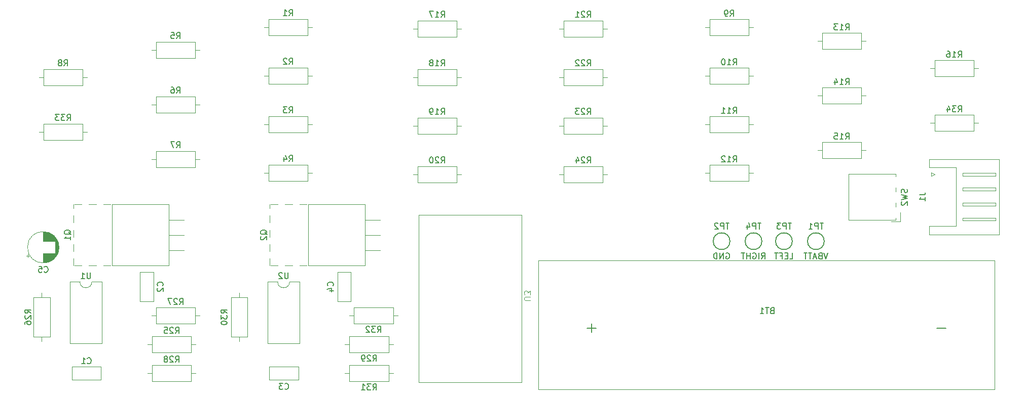
<source format=gbr>
%TF.GenerationSoftware,KiCad,Pcbnew,8.0.8*%
%TF.CreationDate,2025-03-28T10:57:28-04:00*%
%TF.ProjectId,rear_lights_unit,72656172-5f6c-4696-9768-74735f756e69,0*%
%TF.SameCoordinates,Original*%
%TF.FileFunction,Legend,Bot*%
%TF.FilePolarity,Positive*%
%FSLAX46Y46*%
G04 Gerber Fmt 4.6, Leading zero omitted, Abs format (unit mm)*
G04 Created by KiCad (PCBNEW 8.0.8) date 2025-03-28 10:57:28*
%MOMM*%
%LPD*%
G01*
G04 APERTURE LIST*
%ADD10C,0.150000*%
%ADD11C,0.100000*%
%ADD12C,0.120000*%
G04 APERTURE END LIST*
D10*
X93000057Y-94646761D02*
X92952438Y-94551523D01*
X92952438Y-94551523D02*
X92857200Y-94456285D01*
X92857200Y-94456285D02*
X92714342Y-94313428D01*
X92714342Y-94313428D02*
X92666723Y-94218190D01*
X92666723Y-94218190D02*
X92666723Y-94122952D01*
X92904819Y-94170571D02*
X92857200Y-94075333D01*
X92857200Y-94075333D02*
X92761961Y-93980095D01*
X92761961Y-93980095D02*
X92571485Y-93932476D01*
X92571485Y-93932476D02*
X92238152Y-93932476D01*
X92238152Y-93932476D02*
X92047676Y-93980095D01*
X92047676Y-93980095D02*
X91952438Y-94075333D01*
X91952438Y-94075333D02*
X91904819Y-94170571D01*
X91904819Y-94170571D02*
X91904819Y-94361047D01*
X91904819Y-94361047D02*
X91952438Y-94456285D01*
X91952438Y-94456285D02*
X92047676Y-94551523D01*
X92047676Y-94551523D02*
X92238152Y-94599142D01*
X92238152Y-94599142D02*
X92571485Y-94599142D01*
X92571485Y-94599142D02*
X92761961Y-94551523D01*
X92761961Y-94551523D02*
X92857200Y-94456285D01*
X92857200Y-94456285D02*
X92904819Y-94361047D01*
X92904819Y-94361047D02*
X92904819Y-94170571D01*
X92000057Y-94980095D02*
X91952438Y-95027714D01*
X91952438Y-95027714D02*
X91904819Y-95122952D01*
X91904819Y-95122952D02*
X91904819Y-95361047D01*
X91904819Y-95361047D02*
X91952438Y-95456285D01*
X91952438Y-95456285D02*
X92000057Y-95503904D01*
X92000057Y-95503904D02*
X92095295Y-95551523D01*
X92095295Y-95551523D02*
X92190533Y-95551523D01*
X92190533Y-95551523D02*
X92333390Y-95503904D01*
X92333390Y-95503904D02*
X92904819Y-94932476D01*
X92904819Y-94932476D02*
X92904819Y-95551523D01*
X60234057Y-94646761D02*
X60186438Y-94551523D01*
X60186438Y-94551523D02*
X60091200Y-94456285D01*
X60091200Y-94456285D02*
X59948342Y-94313428D01*
X59948342Y-94313428D02*
X59900723Y-94218190D01*
X59900723Y-94218190D02*
X59900723Y-94122952D01*
X60138819Y-94170571D02*
X60091200Y-94075333D01*
X60091200Y-94075333D02*
X59995961Y-93980095D01*
X59995961Y-93980095D02*
X59805485Y-93932476D01*
X59805485Y-93932476D02*
X59472152Y-93932476D01*
X59472152Y-93932476D02*
X59281676Y-93980095D01*
X59281676Y-93980095D02*
X59186438Y-94075333D01*
X59186438Y-94075333D02*
X59138819Y-94170571D01*
X59138819Y-94170571D02*
X59138819Y-94361047D01*
X59138819Y-94361047D02*
X59186438Y-94456285D01*
X59186438Y-94456285D02*
X59281676Y-94551523D01*
X59281676Y-94551523D02*
X59472152Y-94599142D01*
X59472152Y-94599142D02*
X59805485Y-94599142D01*
X59805485Y-94599142D02*
X59995961Y-94551523D01*
X59995961Y-94551523D02*
X60091200Y-94456285D01*
X60091200Y-94456285D02*
X60138819Y-94361047D01*
X60138819Y-94361047D02*
X60138819Y-94170571D01*
X60138819Y-95551523D02*
X60138819Y-94980095D01*
X60138819Y-95265809D02*
X59138819Y-95265809D01*
X59138819Y-95265809D02*
X59281676Y-95170571D01*
X59281676Y-95170571D02*
X59376914Y-95075333D01*
X59376914Y-95075333D02*
X59424533Y-94980095D01*
X55776666Y-100883580D02*
X55824285Y-100931200D01*
X55824285Y-100931200D02*
X55967142Y-100978819D01*
X55967142Y-100978819D02*
X56062380Y-100978819D01*
X56062380Y-100978819D02*
X56205237Y-100931200D01*
X56205237Y-100931200D02*
X56300475Y-100835961D01*
X56300475Y-100835961D02*
X56348094Y-100740723D01*
X56348094Y-100740723D02*
X56395713Y-100550247D01*
X56395713Y-100550247D02*
X56395713Y-100407390D01*
X56395713Y-100407390D02*
X56348094Y-100216914D01*
X56348094Y-100216914D02*
X56300475Y-100121676D01*
X56300475Y-100121676D02*
X56205237Y-100026438D01*
X56205237Y-100026438D02*
X56062380Y-99978819D01*
X56062380Y-99978819D02*
X55967142Y-99978819D01*
X55967142Y-99978819D02*
X55824285Y-100026438D01*
X55824285Y-100026438D02*
X55776666Y-100074057D01*
X54871904Y-99978819D02*
X55348094Y-99978819D01*
X55348094Y-99978819D02*
X55395713Y-100455009D01*
X55395713Y-100455009D02*
X55348094Y-100407390D01*
X55348094Y-100407390D02*
X55252856Y-100359771D01*
X55252856Y-100359771D02*
X55014761Y-100359771D01*
X55014761Y-100359771D02*
X54919523Y-100407390D01*
X54919523Y-100407390D02*
X54871904Y-100455009D01*
X54871904Y-100455009D02*
X54824285Y-100550247D01*
X54824285Y-100550247D02*
X54824285Y-100788342D01*
X54824285Y-100788342D02*
X54871904Y-100883580D01*
X54871904Y-100883580D02*
X54919523Y-100931200D01*
X54919523Y-100931200D02*
X55014761Y-100978819D01*
X55014761Y-100978819D02*
X55252856Y-100978819D01*
X55252856Y-100978819D02*
X55348094Y-100931200D01*
X55348094Y-100931200D02*
X55395713Y-100883580D01*
X96681666Y-82412819D02*
X97014999Y-81936628D01*
X97253094Y-82412819D02*
X97253094Y-81412819D01*
X97253094Y-81412819D02*
X96872142Y-81412819D01*
X96872142Y-81412819D02*
X96776904Y-81460438D01*
X96776904Y-81460438D02*
X96729285Y-81508057D01*
X96729285Y-81508057D02*
X96681666Y-81603295D01*
X96681666Y-81603295D02*
X96681666Y-81746152D01*
X96681666Y-81746152D02*
X96729285Y-81841390D01*
X96729285Y-81841390D02*
X96776904Y-81889009D01*
X96776904Y-81889009D02*
X96872142Y-81936628D01*
X96872142Y-81936628D02*
X97253094Y-81936628D01*
X95824523Y-81746152D02*
X95824523Y-82412819D01*
X96062618Y-81365200D02*
X96300713Y-82079485D01*
X96300713Y-82079485D02*
X95681666Y-82079485D01*
D11*
X136940580Y-105663904D02*
X136131057Y-105663904D01*
X136131057Y-105663904D02*
X136035819Y-105616285D01*
X136035819Y-105616285D02*
X135988200Y-105568666D01*
X135988200Y-105568666D02*
X135940580Y-105473428D01*
X135940580Y-105473428D02*
X135940580Y-105282952D01*
X135940580Y-105282952D02*
X135988200Y-105187714D01*
X135988200Y-105187714D02*
X136035819Y-105140095D01*
X136035819Y-105140095D02*
X136131057Y-105092476D01*
X136131057Y-105092476D02*
X136940580Y-105092476D01*
X136940580Y-104711523D02*
X136940580Y-104092476D01*
X136940580Y-104092476D02*
X136559628Y-104425809D01*
X136559628Y-104425809D02*
X136559628Y-104282952D01*
X136559628Y-104282952D02*
X136512009Y-104187714D01*
X136512009Y-104187714D02*
X136464390Y-104140095D01*
X136464390Y-104140095D02*
X136369152Y-104092476D01*
X136369152Y-104092476D02*
X136131057Y-104092476D01*
X136131057Y-104092476D02*
X136035819Y-104140095D01*
X136035819Y-104140095D02*
X135988200Y-104187714D01*
X135988200Y-104187714D02*
X135940580Y-104282952D01*
X135940580Y-104282952D02*
X135940580Y-104568666D01*
X135940580Y-104568666D02*
X135988200Y-104663904D01*
X135988200Y-104663904D02*
X136035819Y-104711523D01*
D10*
X103984580Y-103221333D02*
X104032200Y-103173714D01*
X104032200Y-103173714D02*
X104079819Y-103030857D01*
X104079819Y-103030857D02*
X104079819Y-102935619D01*
X104079819Y-102935619D02*
X104032200Y-102792762D01*
X104032200Y-102792762D02*
X103936961Y-102697524D01*
X103936961Y-102697524D02*
X103841723Y-102649905D01*
X103841723Y-102649905D02*
X103651247Y-102602286D01*
X103651247Y-102602286D02*
X103508390Y-102602286D01*
X103508390Y-102602286D02*
X103317914Y-102649905D01*
X103317914Y-102649905D02*
X103222676Y-102697524D01*
X103222676Y-102697524D02*
X103127438Y-102792762D01*
X103127438Y-102792762D02*
X103079819Y-102935619D01*
X103079819Y-102935619D02*
X103079819Y-103030857D01*
X103079819Y-103030857D02*
X103127438Y-103173714D01*
X103127438Y-103173714D02*
X103175057Y-103221333D01*
X103413152Y-104078476D02*
X104079819Y-104078476D01*
X103032200Y-103840381D02*
X103746485Y-103602286D01*
X103746485Y-103602286D02*
X103746485Y-104221333D01*
X170817857Y-82496819D02*
X171151190Y-82020628D01*
X171389285Y-82496819D02*
X171389285Y-81496819D01*
X171389285Y-81496819D02*
X171008333Y-81496819D01*
X171008333Y-81496819D02*
X170913095Y-81544438D01*
X170913095Y-81544438D02*
X170865476Y-81592057D01*
X170865476Y-81592057D02*
X170817857Y-81687295D01*
X170817857Y-81687295D02*
X170817857Y-81830152D01*
X170817857Y-81830152D02*
X170865476Y-81925390D01*
X170865476Y-81925390D02*
X170913095Y-81973009D01*
X170913095Y-81973009D02*
X171008333Y-82020628D01*
X171008333Y-82020628D02*
X171389285Y-82020628D01*
X169865476Y-82496819D02*
X170436904Y-82496819D01*
X170151190Y-82496819D02*
X170151190Y-81496819D01*
X170151190Y-81496819D02*
X170246428Y-81639676D01*
X170246428Y-81639676D02*
X170341666Y-81734914D01*
X170341666Y-81734914D02*
X170436904Y-81782533D01*
X169484523Y-81592057D02*
X169436904Y-81544438D01*
X169436904Y-81544438D02*
X169341666Y-81496819D01*
X169341666Y-81496819D02*
X169103571Y-81496819D01*
X169103571Y-81496819D02*
X169008333Y-81544438D01*
X169008333Y-81544438D02*
X168960714Y-81592057D01*
X168960714Y-81592057D02*
X168913095Y-81687295D01*
X168913095Y-81687295D02*
X168913095Y-81782533D01*
X168913095Y-81782533D02*
X168960714Y-81925390D01*
X168960714Y-81925390D02*
X169532142Y-82496819D01*
X169532142Y-82496819D02*
X168913095Y-82496819D01*
X78366857Y-106372819D02*
X78700190Y-105896628D01*
X78938285Y-106372819D02*
X78938285Y-105372819D01*
X78938285Y-105372819D02*
X78557333Y-105372819D01*
X78557333Y-105372819D02*
X78462095Y-105420438D01*
X78462095Y-105420438D02*
X78414476Y-105468057D01*
X78414476Y-105468057D02*
X78366857Y-105563295D01*
X78366857Y-105563295D02*
X78366857Y-105706152D01*
X78366857Y-105706152D02*
X78414476Y-105801390D01*
X78414476Y-105801390D02*
X78462095Y-105849009D01*
X78462095Y-105849009D02*
X78557333Y-105896628D01*
X78557333Y-105896628D02*
X78938285Y-105896628D01*
X77985904Y-105468057D02*
X77938285Y-105420438D01*
X77938285Y-105420438D02*
X77843047Y-105372819D01*
X77843047Y-105372819D02*
X77604952Y-105372819D01*
X77604952Y-105372819D02*
X77509714Y-105420438D01*
X77509714Y-105420438D02*
X77462095Y-105468057D01*
X77462095Y-105468057D02*
X77414476Y-105563295D01*
X77414476Y-105563295D02*
X77414476Y-105658533D01*
X77414476Y-105658533D02*
X77462095Y-105801390D01*
X77462095Y-105801390D02*
X78033523Y-106372819D01*
X78033523Y-106372819D02*
X77414476Y-106372819D01*
X77081142Y-105372819D02*
X76414476Y-105372819D01*
X76414476Y-105372819D02*
X76843047Y-106372819D01*
X77885666Y-80126819D02*
X78218999Y-79650628D01*
X78457094Y-80126819D02*
X78457094Y-79126819D01*
X78457094Y-79126819D02*
X78076142Y-79126819D01*
X78076142Y-79126819D02*
X77980904Y-79174438D01*
X77980904Y-79174438D02*
X77933285Y-79222057D01*
X77933285Y-79222057D02*
X77885666Y-79317295D01*
X77885666Y-79317295D02*
X77885666Y-79460152D01*
X77885666Y-79460152D02*
X77933285Y-79555390D01*
X77933285Y-79555390D02*
X77980904Y-79603009D01*
X77980904Y-79603009D02*
X78076142Y-79650628D01*
X78076142Y-79650628D02*
X78457094Y-79650628D01*
X77552332Y-79126819D02*
X76885666Y-79126819D01*
X76885666Y-79126819D02*
X77314237Y-80126819D01*
X208409857Y-64970819D02*
X208743190Y-64494628D01*
X208981285Y-64970819D02*
X208981285Y-63970819D01*
X208981285Y-63970819D02*
X208600333Y-63970819D01*
X208600333Y-63970819D02*
X208505095Y-64018438D01*
X208505095Y-64018438D02*
X208457476Y-64066057D01*
X208457476Y-64066057D02*
X208409857Y-64161295D01*
X208409857Y-64161295D02*
X208409857Y-64304152D01*
X208409857Y-64304152D02*
X208457476Y-64399390D01*
X208457476Y-64399390D02*
X208505095Y-64447009D01*
X208505095Y-64447009D02*
X208600333Y-64494628D01*
X208600333Y-64494628D02*
X208981285Y-64494628D01*
X207457476Y-64970819D02*
X208028904Y-64970819D01*
X207743190Y-64970819D02*
X207743190Y-63970819D01*
X207743190Y-63970819D02*
X207838428Y-64113676D01*
X207838428Y-64113676D02*
X207933666Y-64208914D01*
X207933666Y-64208914D02*
X208028904Y-64256533D01*
X206600333Y-63970819D02*
X206790809Y-63970819D01*
X206790809Y-63970819D02*
X206886047Y-64018438D01*
X206886047Y-64018438D02*
X206933666Y-64066057D01*
X206933666Y-64066057D02*
X207028904Y-64208914D01*
X207028904Y-64208914D02*
X207076523Y-64399390D01*
X207076523Y-64399390D02*
X207076523Y-64780342D01*
X207076523Y-64780342D02*
X207028904Y-64875580D01*
X207028904Y-64875580D02*
X206981285Y-64923200D01*
X206981285Y-64923200D02*
X206886047Y-64970819D01*
X206886047Y-64970819D02*
X206695571Y-64970819D01*
X206695571Y-64970819D02*
X206600333Y-64923200D01*
X206600333Y-64923200D02*
X206552714Y-64875580D01*
X206552714Y-64875580D02*
X206505095Y-64780342D01*
X206505095Y-64780342D02*
X206505095Y-64542247D01*
X206505095Y-64542247D02*
X206552714Y-64447009D01*
X206552714Y-64447009D02*
X206600333Y-64399390D01*
X206600333Y-64399390D02*
X206695571Y-64351771D01*
X206695571Y-64351771D02*
X206886047Y-64351771D01*
X206886047Y-64351771D02*
X206981285Y-64399390D01*
X206981285Y-64399390D02*
X207028904Y-64447009D01*
X207028904Y-64447009D02*
X207076523Y-64542247D01*
X110667857Y-115854819D02*
X111001190Y-115378628D01*
X111239285Y-115854819D02*
X111239285Y-114854819D01*
X111239285Y-114854819D02*
X110858333Y-114854819D01*
X110858333Y-114854819D02*
X110763095Y-114902438D01*
X110763095Y-114902438D02*
X110715476Y-114950057D01*
X110715476Y-114950057D02*
X110667857Y-115045295D01*
X110667857Y-115045295D02*
X110667857Y-115188152D01*
X110667857Y-115188152D02*
X110715476Y-115283390D01*
X110715476Y-115283390D02*
X110763095Y-115331009D01*
X110763095Y-115331009D02*
X110858333Y-115378628D01*
X110858333Y-115378628D02*
X111239285Y-115378628D01*
X110286904Y-114950057D02*
X110239285Y-114902438D01*
X110239285Y-114902438D02*
X110144047Y-114854819D01*
X110144047Y-114854819D02*
X109905952Y-114854819D01*
X109905952Y-114854819D02*
X109810714Y-114902438D01*
X109810714Y-114902438D02*
X109763095Y-114950057D01*
X109763095Y-114950057D02*
X109715476Y-115045295D01*
X109715476Y-115045295D02*
X109715476Y-115140533D01*
X109715476Y-115140533D02*
X109763095Y-115283390D01*
X109763095Y-115283390D02*
X110334523Y-115854819D01*
X110334523Y-115854819D02*
X109715476Y-115854819D01*
X109239285Y-115854819D02*
X109048809Y-115854819D01*
X109048809Y-115854819D02*
X108953571Y-115807200D01*
X108953571Y-115807200D02*
X108905952Y-115759580D01*
X108905952Y-115759580D02*
X108810714Y-115616723D01*
X108810714Y-115616723D02*
X108763095Y-115426247D01*
X108763095Y-115426247D02*
X108763095Y-115045295D01*
X108763095Y-115045295D02*
X108810714Y-114950057D01*
X108810714Y-114950057D02*
X108858333Y-114902438D01*
X108858333Y-114902438D02*
X108953571Y-114854819D01*
X108953571Y-114854819D02*
X109144047Y-114854819D01*
X109144047Y-114854819D02*
X109239285Y-114902438D01*
X109239285Y-114902438D02*
X109286904Y-114950057D01*
X109286904Y-114950057D02*
X109334523Y-115045295D01*
X109334523Y-115045295D02*
X109334523Y-115283390D01*
X109334523Y-115283390D02*
X109286904Y-115378628D01*
X109286904Y-115378628D02*
X109239285Y-115426247D01*
X109239285Y-115426247D02*
X109144047Y-115473866D01*
X109144047Y-115473866D02*
X108953571Y-115473866D01*
X108953571Y-115473866D02*
X108858333Y-115426247D01*
X108858333Y-115426247D02*
X108810714Y-115378628D01*
X108810714Y-115378628D02*
X108763095Y-115283390D01*
X111429857Y-111028819D02*
X111763190Y-110552628D01*
X112001285Y-111028819D02*
X112001285Y-110028819D01*
X112001285Y-110028819D02*
X111620333Y-110028819D01*
X111620333Y-110028819D02*
X111525095Y-110076438D01*
X111525095Y-110076438D02*
X111477476Y-110124057D01*
X111477476Y-110124057D02*
X111429857Y-110219295D01*
X111429857Y-110219295D02*
X111429857Y-110362152D01*
X111429857Y-110362152D02*
X111477476Y-110457390D01*
X111477476Y-110457390D02*
X111525095Y-110505009D01*
X111525095Y-110505009D02*
X111620333Y-110552628D01*
X111620333Y-110552628D02*
X112001285Y-110552628D01*
X111096523Y-110028819D02*
X110477476Y-110028819D01*
X110477476Y-110028819D02*
X110810809Y-110409771D01*
X110810809Y-110409771D02*
X110667952Y-110409771D01*
X110667952Y-110409771D02*
X110572714Y-110457390D01*
X110572714Y-110457390D02*
X110525095Y-110505009D01*
X110525095Y-110505009D02*
X110477476Y-110600247D01*
X110477476Y-110600247D02*
X110477476Y-110838342D01*
X110477476Y-110838342D02*
X110525095Y-110933580D01*
X110525095Y-110933580D02*
X110572714Y-110981200D01*
X110572714Y-110981200D02*
X110667952Y-111028819D01*
X110667952Y-111028819D02*
X110953666Y-111028819D01*
X110953666Y-111028819D02*
X111048904Y-110981200D01*
X111048904Y-110981200D02*
X111096523Y-110933580D01*
X110096523Y-110124057D02*
X110048904Y-110076438D01*
X110048904Y-110076438D02*
X109953666Y-110028819D01*
X109953666Y-110028819D02*
X109715571Y-110028819D01*
X109715571Y-110028819D02*
X109620333Y-110076438D01*
X109620333Y-110076438D02*
X109572714Y-110124057D01*
X109572714Y-110124057D02*
X109525095Y-110219295D01*
X109525095Y-110219295D02*
X109525095Y-110314533D01*
X109525095Y-110314533D02*
X109572714Y-110457390D01*
X109572714Y-110457390D02*
X110144142Y-111028819D01*
X110144142Y-111028819D02*
X109525095Y-111028819D01*
X199873200Y-87058667D02*
X199920819Y-87201524D01*
X199920819Y-87201524D02*
X199920819Y-87439619D01*
X199920819Y-87439619D02*
X199873200Y-87534857D01*
X199873200Y-87534857D02*
X199825580Y-87582476D01*
X199825580Y-87582476D02*
X199730342Y-87630095D01*
X199730342Y-87630095D02*
X199635104Y-87630095D01*
X199635104Y-87630095D02*
X199539866Y-87582476D01*
X199539866Y-87582476D02*
X199492247Y-87534857D01*
X199492247Y-87534857D02*
X199444628Y-87439619D01*
X199444628Y-87439619D02*
X199397009Y-87249143D01*
X199397009Y-87249143D02*
X199349390Y-87153905D01*
X199349390Y-87153905D02*
X199301771Y-87106286D01*
X199301771Y-87106286D02*
X199206533Y-87058667D01*
X199206533Y-87058667D02*
X199111295Y-87058667D01*
X199111295Y-87058667D02*
X199016057Y-87106286D01*
X199016057Y-87106286D02*
X198968438Y-87153905D01*
X198968438Y-87153905D02*
X198920819Y-87249143D01*
X198920819Y-87249143D02*
X198920819Y-87487238D01*
X198920819Y-87487238D02*
X198968438Y-87630095D01*
X198920819Y-87963429D02*
X199920819Y-88201524D01*
X199920819Y-88201524D02*
X199206533Y-88392000D01*
X199206533Y-88392000D02*
X199920819Y-88582476D01*
X199920819Y-88582476D02*
X198920819Y-88820572D01*
X199016057Y-89153905D02*
X198968438Y-89201524D01*
X198968438Y-89201524D02*
X198920819Y-89296762D01*
X198920819Y-89296762D02*
X198920819Y-89534857D01*
X198920819Y-89534857D02*
X198968438Y-89630095D01*
X198968438Y-89630095D02*
X199016057Y-89677714D01*
X199016057Y-89677714D02*
X199111295Y-89725333D01*
X199111295Y-89725333D02*
X199206533Y-89725333D01*
X199206533Y-89725333D02*
X199349390Y-89677714D01*
X199349390Y-89677714D02*
X199920819Y-89106286D01*
X199920819Y-89106286D02*
X199920819Y-89725333D01*
X122049857Y-82666819D02*
X122383190Y-82190628D01*
X122621285Y-82666819D02*
X122621285Y-81666819D01*
X122621285Y-81666819D02*
X122240333Y-81666819D01*
X122240333Y-81666819D02*
X122145095Y-81714438D01*
X122145095Y-81714438D02*
X122097476Y-81762057D01*
X122097476Y-81762057D02*
X122049857Y-81857295D01*
X122049857Y-81857295D02*
X122049857Y-82000152D01*
X122049857Y-82000152D02*
X122097476Y-82095390D01*
X122097476Y-82095390D02*
X122145095Y-82143009D01*
X122145095Y-82143009D02*
X122240333Y-82190628D01*
X122240333Y-82190628D02*
X122621285Y-82190628D01*
X121668904Y-81762057D02*
X121621285Y-81714438D01*
X121621285Y-81714438D02*
X121526047Y-81666819D01*
X121526047Y-81666819D02*
X121287952Y-81666819D01*
X121287952Y-81666819D02*
X121192714Y-81714438D01*
X121192714Y-81714438D02*
X121145095Y-81762057D01*
X121145095Y-81762057D02*
X121097476Y-81857295D01*
X121097476Y-81857295D02*
X121097476Y-81952533D01*
X121097476Y-81952533D02*
X121145095Y-82095390D01*
X121145095Y-82095390D02*
X121716523Y-82666819D01*
X121716523Y-82666819D02*
X121097476Y-82666819D01*
X120478428Y-81666819D02*
X120383190Y-81666819D01*
X120383190Y-81666819D02*
X120287952Y-81714438D01*
X120287952Y-81714438D02*
X120240333Y-81762057D01*
X120240333Y-81762057D02*
X120192714Y-81857295D01*
X120192714Y-81857295D02*
X120145095Y-82047771D01*
X120145095Y-82047771D02*
X120145095Y-82285866D01*
X120145095Y-82285866D02*
X120192714Y-82476342D01*
X120192714Y-82476342D02*
X120240333Y-82571580D01*
X120240333Y-82571580D02*
X120287952Y-82619200D01*
X120287952Y-82619200D02*
X120383190Y-82666819D01*
X120383190Y-82666819D02*
X120478428Y-82666819D01*
X120478428Y-82666819D02*
X120573666Y-82619200D01*
X120573666Y-82619200D02*
X120621285Y-82571580D01*
X120621285Y-82571580D02*
X120668904Y-82476342D01*
X120668904Y-82476342D02*
X120716523Y-82285866D01*
X120716523Y-82285866D02*
X120716523Y-82047771D01*
X120716523Y-82047771D02*
X120668904Y-81857295D01*
X120668904Y-81857295D02*
X120621285Y-81762057D01*
X120621285Y-81762057D02*
X120573666Y-81714438D01*
X120573666Y-81714438D02*
X120478428Y-81666819D01*
X77885666Y-61838819D02*
X78218999Y-61362628D01*
X78457094Y-61838819D02*
X78457094Y-60838819D01*
X78457094Y-60838819D02*
X78076142Y-60838819D01*
X78076142Y-60838819D02*
X77980904Y-60886438D01*
X77980904Y-60886438D02*
X77933285Y-60934057D01*
X77933285Y-60934057D02*
X77885666Y-61029295D01*
X77885666Y-61029295D02*
X77885666Y-61172152D01*
X77885666Y-61172152D02*
X77933285Y-61267390D01*
X77933285Y-61267390D02*
X77980904Y-61315009D01*
X77980904Y-61315009D02*
X78076142Y-61362628D01*
X78076142Y-61362628D02*
X78457094Y-61362628D01*
X76980904Y-60838819D02*
X77457094Y-60838819D01*
X77457094Y-60838819D02*
X77504713Y-61315009D01*
X77504713Y-61315009D02*
X77457094Y-61267390D01*
X77457094Y-61267390D02*
X77361856Y-61219771D01*
X77361856Y-61219771D02*
X77123761Y-61219771D01*
X77123761Y-61219771D02*
X77028523Y-61267390D01*
X77028523Y-61267390D02*
X76980904Y-61315009D01*
X76980904Y-61315009D02*
X76933285Y-61410247D01*
X76933285Y-61410247D02*
X76933285Y-61648342D01*
X76933285Y-61648342D02*
X76980904Y-61743580D01*
X76980904Y-61743580D02*
X77028523Y-61791200D01*
X77028523Y-61791200D02*
X77123761Y-61838819D01*
X77123761Y-61838819D02*
X77361856Y-61838819D01*
X77361856Y-61838819D02*
X77457094Y-61791200D01*
X77457094Y-61791200D02*
X77504713Y-61743580D01*
X122049857Y-58282819D02*
X122383190Y-57806628D01*
X122621285Y-58282819D02*
X122621285Y-57282819D01*
X122621285Y-57282819D02*
X122240333Y-57282819D01*
X122240333Y-57282819D02*
X122145095Y-57330438D01*
X122145095Y-57330438D02*
X122097476Y-57378057D01*
X122097476Y-57378057D02*
X122049857Y-57473295D01*
X122049857Y-57473295D02*
X122049857Y-57616152D01*
X122049857Y-57616152D02*
X122097476Y-57711390D01*
X122097476Y-57711390D02*
X122145095Y-57759009D01*
X122145095Y-57759009D02*
X122240333Y-57806628D01*
X122240333Y-57806628D02*
X122621285Y-57806628D01*
X121097476Y-58282819D02*
X121668904Y-58282819D01*
X121383190Y-58282819D02*
X121383190Y-57282819D01*
X121383190Y-57282819D02*
X121478428Y-57425676D01*
X121478428Y-57425676D02*
X121573666Y-57520914D01*
X121573666Y-57520914D02*
X121668904Y-57568533D01*
X120764142Y-57282819D02*
X120097476Y-57282819D01*
X120097476Y-57282819D02*
X120526047Y-58282819D01*
X185919904Y-92712819D02*
X185348476Y-92712819D01*
X185634190Y-93712819D02*
X185634190Y-92712819D01*
X185015142Y-93712819D02*
X185015142Y-92712819D01*
X185015142Y-92712819D02*
X184634190Y-92712819D01*
X184634190Y-92712819D02*
X184538952Y-92760438D01*
X184538952Y-92760438D02*
X184491333Y-92808057D01*
X184491333Y-92808057D02*
X184443714Y-92903295D01*
X184443714Y-92903295D02*
X184443714Y-93046152D01*
X184443714Y-93046152D02*
X184491333Y-93141390D01*
X184491333Y-93141390D02*
X184538952Y-93189009D01*
X184538952Y-93189009D02*
X184634190Y-93236628D01*
X184634190Y-93236628D02*
X185015142Y-93236628D01*
X183491333Y-93712819D02*
X184062761Y-93712819D01*
X183777047Y-93712819D02*
X183777047Y-92712819D01*
X183777047Y-92712819D02*
X183872285Y-92855676D01*
X183872285Y-92855676D02*
X183967523Y-92950914D01*
X183967523Y-92950914D02*
X184062761Y-92998533D01*
X186681809Y-97712819D02*
X186348476Y-98712819D01*
X186348476Y-98712819D02*
X186015143Y-97712819D01*
X185348476Y-98189009D02*
X185205619Y-98236628D01*
X185205619Y-98236628D02*
X185158000Y-98284247D01*
X185158000Y-98284247D02*
X185110381Y-98379485D01*
X185110381Y-98379485D02*
X185110381Y-98522342D01*
X185110381Y-98522342D02*
X185158000Y-98617580D01*
X185158000Y-98617580D02*
X185205619Y-98665200D01*
X185205619Y-98665200D02*
X185300857Y-98712819D01*
X185300857Y-98712819D02*
X185681809Y-98712819D01*
X185681809Y-98712819D02*
X185681809Y-97712819D01*
X185681809Y-97712819D02*
X185348476Y-97712819D01*
X185348476Y-97712819D02*
X185253238Y-97760438D01*
X185253238Y-97760438D02*
X185205619Y-97808057D01*
X185205619Y-97808057D02*
X185158000Y-97903295D01*
X185158000Y-97903295D02*
X185158000Y-97998533D01*
X185158000Y-97998533D02*
X185205619Y-98093771D01*
X185205619Y-98093771D02*
X185253238Y-98141390D01*
X185253238Y-98141390D02*
X185348476Y-98189009D01*
X185348476Y-98189009D02*
X185681809Y-98189009D01*
X184729428Y-98427104D02*
X184253238Y-98427104D01*
X184824666Y-98712819D02*
X184491333Y-97712819D01*
X184491333Y-97712819D02*
X184158000Y-98712819D01*
X183967523Y-97712819D02*
X183396095Y-97712819D01*
X183681809Y-98712819D02*
X183681809Y-97712819D01*
X183205618Y-97712819D02*
X182634190Y-97712819D01*
X182919904Y-98712819D02*
X182919904Y-97712819D01*
X208409857Y-74114819D02*
X208743190Y-73638628D01*
X208981285Y-74114819D02*
X208981285Y-73114819D01*
X208981285Y-73114819D02*
X208600333Y-73114819D01*
X208600333Y-73114819D02*
X208505095Y-73162438D01*
X208505095Y-73162438D02*
X208457476Y-73210057D01*
X208457476Y-73210057D02*
X208409857Y-73305295D01*
X208409857Y-73305295D02*
X208409857Y-73448152D01*
X208409857Y-73448152D02*
X208457476Y-73543390D01*
X208457476Y-73543390D02*
X208505095Y-73591009D01*
X208505095Y-73591009D02*
X208600333Y-73638628D01*
X208600333Y-73638628D02*
X208981285Y-73638628D01*
X208076523Y-73114819D02*
X207457476Y-73114819D01*
X207457476Y-73114819D02*
X207790809Y-73495771D01*
X207790809Y-73495771D02*
X207647952Y-73495771D01*
X207647952Y-73495771D02*
X207552714Y-73543390D01*
X207552714Y-73543390D02*
X207505095Y-73591009D01*
X207505095Y-73591009D02*
X207457476Y-73686247D01*
X207457476Y-73686247D02*
X207457476Y-73924342D01*
X207457476Y-73924342D02*
X207505095Y-74019580D01*
X207505095Y-74019580D02*
X207552714Y-74067200D01*
X207552714Y-74067200D02*
X207647952Y-74114819D01*
X207647952Y-74114819D02*
X207933666Y-74114819D01*
X207933666Y-74114819D02*
X208028904Y-74067200D01*
X208028904Y-74067200D02*
X208076523Y-74019580D01*
X206600333Y-73448152D02*
X206600333Y-74114819D01*
X206838428Y-73067200D02*
X207076523Y-73781485D01*
X207076523Y-73781485D02*
X206457476Y-73781485D01*
X170817857Y-66240819D02*
X171151190Y-65764628D01*
X171389285Y-66240819D02*
X171389285Y-65240819D01*
X171389285Y-65240819D02*
X171008333Y-65240819D01*
X171008333Y-65240819D02*
X170913095Y-65288438D01*
X170913095Y-65288438D02*
X170865476Y-65336057D01*
X170865476Y-65336057D02*
X170817857Y-65431295D01*
X170817857Y-65431295D02*
X170817857Y-65574152D01*
X170817857Y-65574152D02*
X170865476Y-65669390D01*
X170865476Y-65669390D02*
X170913095Y-65717009D01*
X170913095Y-65717009D02*
X171008333Y-65764628D01*
X171008333Y-65764628D02*
X171389285Y-65764628D01*
X169865476Y-66240819D02*
X170436904Y-66240819D01*
X170151190Y-66240819D02*
X170151190Y-65240819D01*
X170151190Y-65240819D02*
X170246428Y-65383676D01*
X170246428Y-65383676D02*
X170341666Y-65478914D01*
X170341666Y-65478914D02*
X170436904Y-65526533D01*
X169246428Y-65240819D02*
X169151190Y-65240819D01*
X169151190Y-65240819D02*
X169055952Y-65288438D01*
X169055952Y-65288438D02*
X169008333Y-65336057D01*
X169008333Y-65336057D02*
X168960714Y-65431295D01*
X168960714Y-65431295D02*
X168913095Y-65621771D01*
X168913095Y-65621771D02*
X168913095Y-65859866D01*
X168913095Y-65859866D02*
X168960714Y-66050342D01*
X168960714Y-66050342D02*
X169008333Y-66145580D01*
X169008333Y-66145580D02*
X169055952Y-66193200D01*
X169055952Y-66193200D02*
X169151190Y-66240819D01*
X169151190Y-66240819D02*
X169246428Y-66240819D01*
X169246428Y-66240819D02*
X169341666Y-66193200D01*
X169341666Y-66193200D02*
X169389285Y-66145580D01*
X169389285Y-66145580D02*
X169436904Y-66050342D01*
X169436904Y-66050342D02*
X169484523Y-65859866D01*
X169484523Y-65859866D02*
X169484523Y-65621771D01*
X169484523Y-65621771D02*
X169436904Y-65431295D01*
X169436904Y-65431295D02*
X169389285Y-65336057D01*
X169389285Y-65336057D02*
X169341666Y-65288438D01*
X169341666Y-65288438D02*
X169246428Y-65240819D01*
X122049857Y-74538819D02*
X122383190Y-74062628D01*
X122621285Y-74538819D02*
X122621285Y-73538819D01*
X122621285Y-73538819D02*
X122240333Y-73538819D01*
X122240333Y-73538819D02*
X122145095Y-73586438D01*
X122145095Y-73586438D02*
X122097476Y-73634057D01*
X122097476Y-73634057D02*
X122049857Y-73729295D01*
X122049857Y-73729295D02*
X122049857Y-73872152D01*
X122049857Y-73872152D02*
X122097476Y-73967390D01*
X122097476Y-73967390D02*
X122145095Y-74015009D01*
X122145095Y-74015009D02*
X122240333Y-74062628D01*
X122240333Y-74062628D02*
X122621285Y-74062628D01*
X121097476Y-74538819D02*
X121668904Y-74538819D01*
X121383190Y-74538819D02*
X121383190Y-73538819D01*
X121383190Y-73538819D02*
X121478428Y-73681676D01*
X121478428Y-73681676D02*
X121573666Y-73776914D01*
X121573666Y-73776914D02*
X121668904Y-73824533D01*
X120621285Y-74538819D02*
X120430809Y-74538819D01*
X120430809Y-74538819D02*
X120335571Y-74491200D01*
X120335571Y-74491200D02*
X120287952Y-74443580D01*
X120287952Y-74443580D02*
X120192714Y-74300723D01*
X120192714Y-74300723D02*
X120145095Y-74110247D01*
X120145095Y-74110247D02*
X120145095Y-73729295D01*
X120145095Y-73729295D02*
X120192714Y-73634057D01*
X120192714Y-73634057D02*
X120240333Y-73586438D01*
X120240333Y-73586438D02*
X120335571Y-73538819D01*
X120335571Y-73538819D02*
X120526047Y-73538819D01*
X120526047Y-73538819D02*
X120621285Y-73586438D01*
X120621285Y-73586438D02*
X120668904Y-73634057D01*
X120668904Y-73634057D02*
X120716523Y-73729295D01*
X120716523Y-73729295D02*
X120716523Y-73967390D01*
X120716523Y-73967390D02*
X120668904Y-74062628D01*
X120668904Y-74062628D02*
X120621285Y-74110247D01*
X120621285Y-74110247D02*
X120526047Y-74157866D01*
X120526047Y-74157866D02*
X120335571Y-74157866D01*
X120335571Y-74157866D02*
X120240333Y-74110247D01*
X120240333Y-74110247D02*
X120192714Y-74062628D01*
X120192714Y-74062628D02*
X120145095Y-73967390D01*
X62990666Y-116183580D02*
X63038285Y-116231200D01*
X63038285Y-116231200D02*
X63181142Y-116278819D01*
X63181142Y-116278819D02*
X63276380Y-116278819D01*
X63276380Y-116278819D02*
X63419237Y-116231200D01*
X63419237Y-116231200D02*
X63514475Y-116135961D01*
X63514475Y-116135961D02*
X63562094Y-116040723D01*
X63562094Y-116040723D02*
X63609713Y-115850247D01*
X63609713Y-115850247D02*
X63609713Y-115707390D01*
X63609713Y-115707390D02*
X63562094Y-115516914D01*
X63562094Y-115516914D02*
X63514475Y-115421676D01*
X63514475Y-115421676D02*
X63419237Y-115326438D01*
X63419237Y-115326438D02*
X63276380Y-115278819D01*
X63276380Y-115278819D02*
X63181142Y-115278819D01*
X63181142Y-115278819D02*
X63038285Y-115326438D01*
X63038285Y-115326438D02*
X62990666Y-115374057D01*
X62038285Y-116278819D02*
X62609713Y-116278819D01*
X62323999Y-116278819D02*
X62323999Y-115278819D01*
X62323999Y-115278819D02*
X62419237Y-115421676D01*
X62419237Y-115421676D02*
X62514475Y-115516914D01*
X62514475Y-115516914D02*
X62609713Y-115564533D01*
X96519904Y-101020819D02*
X96519904Y-101830342D01*
X96519904Y-101830342D02*
X96472285Y-101925580D01*
X96472285Y-101925580D02*
X96424666Y-101973200D01*
X96424666Y-101973200D02*
X96329428Y-102020819D01*
X96329428Y-102020819D02*
X96138952Y-102020819D01*
X96138952Y-102020819D02*
X96043714Y-101973200D01*
X96043714Y-101973200D02*
X95996095Y-101925580D01*
X95996095Y-101925580D02*
X95948476Y-101830342D01*
X95948476Y-101830342D02*
X95948476Y-101020819D01*
X95519904Y-101116057D02*
X95472285Y-101068438D01*
X95472285Y-101068438D02*
X95377047Y-101020819D01*
X95377047Y-101020819D02*
X95138952Y-101020819D01*
X95138952Y-101020819D02*
X95043714Y-101068438D01*
X95043714Y-101068438D02*
X94996095Y-101116057D01*
X94996095Y-101116057D02*
X94948476Y-101211295D01*
X94948476Y-101211295D02*
X94948476Y-101306533D01*
X94948476Y-101306533D02*
X94996095Y-101449390D01*
X94996095Y-101449390D02*
X95567523Y-102020819D01*
X95567523Y-102020819D02*
X94948476Y-102020819D01*
X175505904Y-92712819D02*
X174934476Y-92712819D01*
X175220190Y-93712819D02*
X175220190Y-92712819D01*
X174601142Y-93712819D02*
X174601142Y-92712819D01*
X174601142Y-92712819D02*
X174220190Y-92712819D01*
X174220190Y-92712819D02*
X174124952Y-92760438D01*
X174124952Y-92760438D02*
X174077333Y-92808057D01*
X174077333Y-92808057D02*
X174029714Y-92903295D01*
X174029714Y-92903295D02*
X174029714Y-93046152D01*
X174029714Y-93046152D02*
X174077333Y-93141390D01*
X174077333Y-93141390D02*
X174124952Y-93189009D01*
X174124952Y-93189009D02*
X174220190Y-93236628D01*
X174220190Y-93236628D02*
X174601142Y-93236628D01*
X173172571Y-93046152D02*
X173172571Y-93712819D01*
X173410666Y-92665200D02*
X173648761Y-93379485D01*
X173648761Y-93379485D02*
X173029714Y-93379485D01*
X175577333Y-98712819D02*
X175910666Y-98236628D01*
X176148761Y-98712819D02*
X176148761Y-97712819D01*
X176148761Y-97712819D02*
X175767809Y-97712819D01*
X175767809Y-97712819D02*
X175672571Y-97760438D01*
X175672571Y-97760438D02*
X175624952Y-97808057D01*
X175624952Y-97808057D02*
X175577333Y-97903295D01*
X175577333Y-97903295D02*
X175577333Y-98046152D01*
X175577333Y-98046152D02*
X175624952Y-98141390D01*
X175624952Y-98141390D02*
X175672571Y-98189009D01*
X175672571Y-98189009D02*
X175767809Y-98236628D01*
X175767809Y-98236628D02*
X176148761Y-98236628D01*
X175148761Y-98712819D02*
X175148761Y-97712819D01*
X174148762Y-97760438D02*
X174244000Y-97712819D01*
X174244000Y-97712819D02*
X174386857Y-97712819D01*
X174386857Y-97712819D02*
X174529714Y-97760438D01*
X174529714Y-97760438D02*
X174624952Y-97855676D01*
X174624952Y-97855676D02*
X174672571Y-97950914D01*
X174672571Y-97950914D02*
X174720190Y-98141390D01*
X174720190Y-98141390D02*
X174720190Y-98284247D01*
X174720190Y-98284247D02*
X174672571Y-98474723D01*
X174672571Y-98474723D02*
X174624952Y-98569961D01*
X174624952Y-98569961D02*
X174529714Y-98665200D01*
X174529714Y-98665200D02*
X174386857Y-98712819D01*
X174386857Y-98712819D02*
X174291619Y-98712819D01*
X174291619Y-98712819D02*
X174148762Y-98665200D01*
X174148762Y-98665200D02*
X174101143Y-98617580D01*
X174101143Y-98617580D02*
X174101143Y-98284247D01*
X174101143Y-98284247D02*
X174291619Y-98284247D01*
X173672571Y-98712819D02*
X173672571Y-97712819D01*
X173672571Y-98189009D02*
X173101143Y-98189009D01*
X173101143Y-98712819D02*
X173101143Y-97712819D01*
X172767809Y-97712819D02*
X172196381Y-97712819D01*
X172482095Y-98712819D02*
X172482095Y-97712819D01*
X189613857Y-78686819D02*
X189947190Y-78210628D01*
X190185285Y-78686819D02*
X190185285Y-77686819D01*
X190185285Y-77686819D02*
X189804333Y-77686819D01*
X189804333Y-77686819D02*
X189709095Y-77734438D01*
X189709095Y-77734438D02*
X189661476Y-77782057D01*
X189661476Y-77782057D02*
X189613857Y-77877295D01*
X189613857Y-77877295D02*
X189613857Y-78020152D01*
X189613857Y-78020152D02*
X189661476Y-78115390D01*
X189661476Y-78115390D02*
X189709095Y-78163009D01*
X189709095Y-78163009D02*
X189804333Y-78210628D01*
X189804333Y-78210628D02*
X190185285Y-78210628D01*
X188661476Y-78686819D02*
X189232904Y-78686819D01*
X188947190Y-78686819D02*
X188947190Y-77686819D01*
X188947190Y-77686819D02*
X189042428Y-77829676D01*
X189042428Y-77829676D02*
X189137666Y-77924914D01*
X189137666Y-77924914D02*
X189232904Y-77972533D01*
X187756714Y-77686819D02*
X188232904Y-77686819D01*
X188232904Y-77686819D02*
X188280523Y-78163009D01*
X188280523Y-78163009D02*
X188232904Y-78115390D01*
X188232904Y-78115390D02*
X188137666Y-78067771D01*
X188137666Y-78067771D02*
X187899571Y-78067771D01*
X187899571Y-78067771D02*
X187804333Y-78115390D01*
X187804333Y-78115390D02*
X187756714Y-78163009D01*
X187756714Y-78163009D02*
X187709095Y-78258247D01*
X187709095Y-78258247D02*
X187709095Y-78496342D01*
X187709095Y-78496342D02*
X187756714Y-78591580D01*
X187756714Y-78591580D02*
X187804333Y-78639200D01*
X187804333Y-78639200D02*
X187899571Y-78686819D01*
X187899571Y-78686819D02*
X188137666Y-78686819D01*
X188137666Y-78686819D02*
X188232904Y-78639200D01*
X188232904Y-78639200D02*
X188280523Y-78591580D01*
X53540819Y-107815142D02*
X53064628Y-107481809D01*
X53540819Y-107243714D02*
X52540819Y-107243714D01*
X52540819Y-107243714D02*
X52540819Y-107624666D01*
X52540819Y-107624666D02*
X52588438Y-107719904D01*
X52588438Y-107719904D02*
X52636057Y-107767523D01*
X52636057Y-107767523D02*
X52731295Y-107815142D01*
X52731295Y-107815142D02*
X52874152Y-107815142D01*
X52874152Y-107815142D02*
X52969390Y-107767523D01*
X52969390Y-107767523D02*
X53017009Y-107719904D01*
X53017009Y-107719904D02*
X53064628Y-107624666D01*
X53064628Y-107624666D02*
X53064628Y-107243714D01*
X52636057Y-108196095D02*
X52588438Y-108243714D01*
X52588438Y-108243714D02*
X52540819Y-108338952D01*
X52540819Y-108338952D02*
X52540819Y-108577047D01*
X52540819Y-108577047D02*
X52588438Y-108672285D01*
X52588438Y-108672285D02*
X52636057Y-108719904D01*
X52636057Y-108719904D02*
X52731295Y-108767523D01*
X52731295Y-108767523D02*
X52826533Y-108767523D01*
X52826533Y-108767523D02*
X52969390Y-108719904D01*
X52969390Y-108719904D02*
X53540819Y-108148476D01*
X53540819Y-108148476D02*
X53540819Y-108767523D01*
X52540819Y-109624666D02*
X52540819Y-109434190D01*
X52540819Y-109434190D02*
X52588438Y-109338952D01*
X52588438Y-109338952D02*
X52636057Y-109291333D01*
X52636057Y-109291333D02*
X52778914Y-109196095D01*
X52778914Y-109196095D02*
X52969390Y-109148476D01*
X52969390Y-109148476D02*
X53350342Y-109148476D01*
X53350342Y-109148476D02*
X53445580Y-109196095D01*
X53445580Y-109196095D02*
X53493200Y-109243714D01*
X53493200Y-109243714D02*
X53540819Y-109338952D01*
X53540819Y-109338952D02*
X53540819Y-109529428D01*
X53540819Y-109529428D02*
X53493200Y-109624666D01*
X53493200Y-109624666D02*
X53445580Y-109672285D01*
X53445580Y-109672285D02*
X53350342Y-109719904D01*
X53350342Y-109719904D02*
X53112247Y-109719904D01*
X53112247Y-109719904D02*
X53017009Y-109672285D01*
X53017009Y-109672285D02*
X52969390Y-109624666D01*
X52969390Y-109624666D02*
X52921771Y-109529428D01*
X52921771Y-109529428D02*
X52921771Y-109338952D01*
X52921771Y-109338952D02*
X52969390Y-109243714D01*
X52969390Y-109243714D02*
X53017009Y-109196095D01*
X53017009Y-109196095D02*
X53112247Y-109148476D01*
X96681666Y-66156819D02*
X97014999Y-65680628D01*
X97253094Y-66156819D02*
X97253094Y-65156819D01*
X97253094Y-65156819D02*
X96872142Y-65156819D01*
X96872142Y-65156819D02*
X96776904Y-65204438D01*
X96776904Y-65204438D02*
X96729285Y-65252057D01*
X96729285Y-65252057D02*
X96681666Y-65347295D01*
X96681666Y-65347295D02*
X96681666Y-65490152D01*
X96681666Y-65490152D02*
X96729285Y-65585390D01*
X96729285Y-65585390D02*
X96776904Y-65633009D01*
X96776904Y-65633009D02*
X96872142Y-65680628D01*
X96872142Y-65680628D02*
X97253094Y-65680628D01*
X96300713Y-65252057D02*
X96253094Y-65204438D01*
X96253094Y-65204438D02*
X96157856Y-65156819D01*
X96157856Y-65156819D02*
X95919761Y-65156819D01*
X95919761Y-65156819D02*
X95824523Y-65204438D01*
X95824523Y-65204438D02*
X95776904Y-65252057D01*
X95776904Y-65252057D02*
X95729285Y-65347295D01*
X95729285Y-65347295D02*
X95729285Y-65442533D01*
X95729285Y-65442533D02*
X95776904Y-65585390D01*
X95776904Y-65585390D02*
X96348332Y-66156819D01*
X96348332Y-66156819D02*
X95729285Y-66156819D01*
X75543580Y-103221333D02*
X75591200Y-103173714D01*
X75591200Y-103173714D02*
X75638819Y-103030857D01*
X75638819Y-103030857D02*
X75638819Y-102935619D01*
X75638819Y-102935619D02*
X75591200Y-102792762D01*
X75591200Y-102792762D02*
X75495961Y-102697524D01*
X75495961Y-102697524D02*
X75400723Y-102649905D01*
X75400723Y-102649905D02*
X75210247Y-102602286D01*
X75210247Y-102602286D02*
X75067390Y-102602286D01*
X75067390Y-102602286D02*
X74876914Y-102649905D01*
X74876914Y-102649905D02*
X74781676Y-102697524D01*
X74781676Y-102697524D02*
X74686438Y-102792762D01*
X74686438Y-102792762D02*
X74638819Y-102935619D01*
X74638819Y-102935619D02*
X74638819Y-103030857D01*
X74638819Y-103030857D02*
X74686438Y-103173714D01*
X74686438Y-103173714D02*
X74734057Y-103221333D01*
X74734057Y-103602286D02*
X74686438Y-103649905D01*
X74686438Y-103649905D02*
X74638819Y-103745143D01*
X74638819Y-103745143D02*
X74638819Y-103983238D01*
X74638819Y-103983238D02*
X74686438Y-104078476D01*
X74686438Y-104078476D02*
X74734057Y-104126095D01*
X74734057Y-104126095D02*
X74829295Y-104173714D01*
X74829295Y-104173714D02*
X74924533Y-104173714D01*
X74924533Y-104173714D02*
X75067390Y-104126095D01*
X75067390Y-104126095D02*
X75638819Y-103554667D01*
X75638819Y-103554667D02*
X75638819Y-104173714D01*
X86306819Y-107815142D02*
X85830628Y-107481809D01*
X86306819Y-107243714D02*
X85306819Y-107243714D01*
X85306819Y-107243714D02*
X85306819Y-107624666D01*
X85306819Y-107624666D02*
X85354438Y-107719904D01*
X85354438Y-107719904D02*
X85402057Y-107767523D01*
X85402057Y-107767523D02*
X85497295Y-107815142D01*
X85497295Y-107815142D02*
X85640152Y-107815142D01*
X85640152Y-107815142D02*
X85735390Y-107767523D01*
X85735390Y-107767523D02*
X85783009Y-107719904D01*
X85783009Y-107719904D02*
X85830628Y-107624666D01*
X85830628Y-107624666D02*
X85830628Y-107243714D01*
X85306819Y-108148476D02*
X85306819Y-108767523D01*
X85306819Y-108767523D02*
X85687771Y-108434190D01*
X85687771Y-108434190D02*
X85687771Y-108577047D01*
X85687771Y-108577047D02*
X85735390Y-108672285D01*
X85735390Y-108672285D02*
X85783009Y-108719904D01*
X85783009Y-108719904D02*
X85878247Y-108767523D01*
X85878247Y-108767523D02*
X86116342Y-108767523D01*
X86116342Y-108767523D02*
X86211580Y-108719904D01*
X86211580Y-108719904D02*
X86259200Y-108672285D01*
X86259200Y-108672285D02*
X86306819Y-108577047D01*
X86306819Y-108577047D02*
X86306819Y-108291333D01*
X86306819Y-108291333D02*
X86259200Y-108196095D01*
X86259200Y-108196095D02*
X86211580Y-108148476D01*
X85306819Y-109386571D02*
X85306819Y-109481809D01*
X85306819Y-109481809D02*
X85354438Y-109577047D01*
X85354438Y-109577047D02*
X85402057Y-109624666D01*
X85402057Y-109624666D02*
X85497295Y-109672285D01*
X85497295Y-109672285D02*
X85687771Y-109719904D01*
X85687771Y-109719904D02*
X85925866Y-109719904D01*
X85925866Y-109719904D02*
X86116342Y-109672285D01*
X86116342Y-109672285D02*
X86211580Y-109624666D01*
X86211580Y-109624666D02*
X86259200Y-109577047D01*
X86259200Y-109577047D02*
X86306819Y-109481809D01*
X86306819Y-109481809D02*
X86306819Y-109386571D01*
X86306819Y-109386571D02*
X86259200Y-109291333D01*
X86259200Y-109291333D02*
X86211580Y-109243714D01*
X86211580Y-109243714D02*
X86116342Y-109196095D01*
X86116342Y-109196095D02*
X85925866Y-109148476D01*
X85925866Y-109148476D02*
X85687771Y-109148476D01*
X85687771Y-109148476D02*
X85497295Y-109196095D01*
X85497295Y-109196095D02*
X85402057Y-109243714D01*
X85402057Y-109243714D02*
X85354438Y-109291333D01*
X85354438Y-109291333D02*
X85306819Y-109386571D01*
X201948819Y-87998666D02*
X202663104Y-87998666D01*
X202663104Y-87998666D02*
X202805961Y-87951047D01*
X202805961Y-87951047D02*
X202901200Y-87855809D01*
X202901200Y-87855809D02*
X202948819Y-87712952D01*
X202948819Y-87712952D02*
X202948819Y-87617714D01*
X202948819Y-88998666D02*
X202948819Y-88427238D01*
X202948819Y-88712952D02*
X201948819Y-88712952D01*
X201948819Y-88712952D02*
X202091676Y-88617714D01*
X202091676Y-88617714D02*
X202186914Y-88522476D01*
X202186914Y-88522476D02*
X202234533Y-88427238D01*
X170171904Y-92712819D02*
X169600476Y-92712819D01*
X169886190Y-93712819D02*
X169886190Y-92712819D01*
X169267142Y-93712819D02*
X169267142Y-92712819D01*
X169267142Y-92712819D02*
X168886190Y-92712819D01*
X168886190Y-92712819D02*
X168790952Y-92760438D01*
X168790952Y-92760438D02*
X168743333Y-92808057D01*
X168743333Y-92808057D02*
X168695714Y-92903295D01*
X168695714Y-92903295D02*
X168695714Y-93046152D01*
X168695714Y-93046152D02*
X168743333Y-93141390D01*
X168743333Y-93141390D02*
X168790952Y-93189009D01*
X168790952Y-93189009D02*
X168886190Y-93236628D01*
X168886190Y-93236628D02*
X169267142Y-93236628D01*
X168314761Y-92808057D02*
X168267142Y-92760438D01*
X168267142Y-92760438D02*
X168171904Y-92712819D01*
X168171904Y-92712819D02*
X167933809Y-92712819D01*
X167933809Y-92712819D02*
X167838571Y-92760438D01*
X167838571Y-92760438D02*
X167790952Y-92808057D01*
X167790952Y-92808057D02*
X167743333Y-92903295D01*
X167743333Y-92903295D02*
X167743333Y-92998533D01*
X167743333Y-92998533D02*
X167790952Y-93141390D01*
X167790952Y-93141390D02*
X168362380Y-93712819D01*
X168362380Y-93712819D02*
X167743333Y-93712819D01*
X169671904Y-97760438D02*
X169767142Y-97712819D01*
X169767142Y-97712819D02*
X169909999Y-97712819D01*
X169909999Y-97712819D02*
X170052856Y-97760438D01*
X170052856Y-97760438D02*
X170148094Y-97855676D01*
X170148094Y-97855676D02*
X170195713Y-97950914D01*
X170195713Y-97950914D02*
X170243332Y-98141390D01*
X170243332Y-98141390D02*
X170243332Y-98284247D01*
X170243332Y-98284247D02*
X170195713Y-98474723D01*
X170195713Y-98474723D02*
X170148094Y-98569961D01*
X170148094Y-98569961D02*
X170052856Y-98665200D01*
X170052856Y-98665200D02*
X169909999Y-98712819D01*
X169909999Y-98712819D02*
X169814761Y-98712819D01*
X169814761Y-98712819D02*
X169671904Y-98665200D01*
X169671904Y-98665200D02*
X169624285Y-98617580D01*
X169624285Y-98617580D02*
X169624285Y-98284247D01*
X169624285Y-98284247D02*
X169814761Y-98284247D01*
X169195713Y-98712819D02*
X169195713Y-97712819D01*
X169195713Y-97712819D02*
X168624285Y-98712819D01*
X168624285Y-98712819D02*
X168624285Y-97712819D01*
X168148094Y-98712819D02*
X168148094Y-97712819D01*
X168148094Y-97712819D02*
X167909999Y-97712819D01*
X167909999Y-97712819D02*
X167767142Y-97760438D01*
X167767142Y-97760438D02*
X167671904Y-97855676D01*
X167671904Y-97855676D02*
X167624285Y-97950914D01*
X167624285Y-97950914D02*
X167576666Y-98141390D01*
X167576666Y-98141390D02*
X167576666Y-98284247D01*
X167576666Y-98284247D02*
X167624285Y-98474723D01*
X167624285Y-98474723D02*
X167671904Y-98569961D01*
X167671904Y-98569961D02*
X167767142Y-98665200D01*
X167767142Y-98665200D02*
X167909999Y-98712819D01*
X167909999Y-98712819D02*
X168148094Y-98712819D01*
X110667857Y-120680819D02*
X111001190Y-120204628D01*
X111239285Y-120680819D02*
X111239285Y-119680819D01*
X111239285Y-119680819D02*
X110858333Y-119680819D01*
X110858333Y-119680819D02*
X110763095Y-119728438D01*
X110763095Y-119728438D02*
X110715476Y-119776057D01*
X110715476Y-119776057D02*
X110667857Y-119871295D01*
X110667857Y-119871295D02*
X110667857Y-120014152D01*
X110667857Y-120014152D02*
X110715476Y-120109390D01*
X110715476Y-120109390D02*
X110763095Y-120157009D01*
X110763095Y-120157009D02*
X110858333Y-120204628D01*
X110858333Y-120204628D02*
X111239285Y-120204628D01*
X110334523Y-119680819D02*
X109715476Y-119680819D01*
X109715476Y-119680819D02*
X110048809Y-120061771D01*
X110048809Y-120061771D02*
X109905952Y-120061771D01*
X109905952Y-120061771D02*
X109810714Y-120109390D01*
X109810714Y-120109390D02*
X109763095Y-120157009D01*
X109763095Y-120157009D02*
X109715476Y-120252247D01*
X109715476Y-120252247D02*
X109715476Y-120490342D01*
X109715476Y-120490342D02*
X109763095Y-120585580D01*
X109763095Y-120585580D02*
X109810714Y-120633200D01*
X109810714Y-120633200D02*
X109905952Y-120680819D01*
X109905952Y-120680819D02*
X110191666Y-120680819D01*
X110191666Y-120680819D02*
X110286904Y-120633200D01*
X110286904Y-120633200D02*
X110334523Y-120585580D01*
X108763095Y-120680819D02*
X109334523Y-120680819D01*
X109048809Y-120680819D02*
X109048809Y-119680819D01*
X109048809Y-119680819D02*
X109144047Y-119823676D01*
X109144047Y-119823676D02*
X109239285Y-119918914D01*
X109239285Y-119918914D02*
X109334523Y-119966533D01*
X189613857Y-69542819D02*
X189947190Y-69066628D01*
X190185285Y-69542819D02*
X190185285Y-68542819D01*
X190185285Y-68542819D02*
X189804333Y-68542819D01*
X189804333Y-68542819D02*
X189709095Y-68590438D01*
X189709095Y-68590438D02*
X189661476Y-68638057D01*
X189661476Y-68638057D02*
X189613857Y-68733295D01*
X189613857Y-68733295D02*
X189613857Y-68876152D01*
X189613857Y-68876152D02*
X189661476Y-68971390D01*
X189661476Y-68971390D02*
X189709095Y-69019009D01*
X189709095Y-69019009D02*
X189804333Y-69066628D01*
X189804333Y-69066628D02*
X190185285Y-69066628D01*
X188661476Y-69542819D02*
X189232904Y-69542819D01*
X188947190Y-69542819D02*
X188947190Y-68542819D01*
X188947190Y-68542819D02*
X189042428Y-68685676D01*
X189042428Y-68685676D02*
X189137666Y-68780914D01*
X189137666Y-68780914D02*
X189232904Y-68828533D01*
X187804333Y-68876152D02*
X187804333Y-69542819D01*
X188042428Y-68495200D02*
X188280523Y-69209485D01*
X188280523Y-69209485D02*
X187661476Y-69209485D01*
X177315714Y-107373009D02*
X177172857Y-107420628D01*
X177172857Y-107420628D02*
X177125238Y-107468247D01*
X177125238Y-107468247D02*
X177077619Y-107563485D01*
X177077619Y-107563485D02*
X177077619Y-107706342D01*
X177077619Y-107706342D02*
X177125238Y-107801580D01*
X177125238Y-107801580D02*
X177172857Y-107849200D01*
X177172857Y-107849200D02*
X177268095Y-107896819D01*
X177268095Y-107896819D02*
X177649047Y-107896819D01*
X177649047Y-107896819D02*
X177649047Y-106896819D01*
X177649047Y-106896819D02*
X177315714Y-106896819D01*
X177315714Y-106896819D02*
X177220476Y-106944438D01*
X177220476Y-106944438D02*
X177172857Y-106992057D01*
X177172857Y-106992057D02*
X177125238Y-107087295D01*
X177125238Y-107087295D02*
X177125238Y-107182533D01*
X177125238Y-107182533D02*
X177172857Y-107277771D01*
X177172857Y-107277771D02*
X177220476Y-107325390D01*
X177220476Y-107325390D02*
X177315714Y-107373009D01*
X177315714Y-107373009D02*
X177649047Y-107373009D01*
X176791904Y-106896819D02*
X176220476Y-106896819D01*
X176506190Y-107896819D02*
X176506190Y-106896819D01*
X175363333Y-107896819D02*
X175934761Y-107896819D01*
X175649047Y-107896819D02*
X175649047Y-106896819D01*
X175649047Y-106896819D02*
X175744285Y-107039676D01*
X175744285Y-107039676D02*
X175839523Y-107134914D01*
X175839523Y-107134914D02*
X175934761Y-107182533D01*
X147920813Y-110304325D02*
X146469385Y-110304325D01*
X147195099Y-109578610D02*
X147195099Y-111030039D01*
X206340813Y-110304325D02*
X204889385Y-110304325D01*
X59565857Y-75554819D02*
X59899190Y-75078628D01*
X60137285Y-75554819D02*
X60137285Y-74554819D01*
X60137285Y-74554819D02*
X59756333Y-74554819D01*
X59756333Y-74554819D02*
X59661095Y-74602438D01*
X59661095Y-74602438D02*
X59613476Y-74650057D01*
X59613476Y-74650057D02*
X59565857Y-74745295D01*
X59565857Y-74745295D02*
X59565857Y-74888152D01*
X59565857Y-74888152D02*
X59613476Y-74983390D01*
X59613476Y-74983390D02*
X59661095Y-75031009D01*
X59661095Y-75031009D02*
X59756333Y-75078628D01*
X59756333Y-75078628D02*
X60137285Y-75078628D01*
X59232523Y-74554819D02*
X58613476Y-74554819D01*
X58613476Y-74554819D02*
X58946809Y-74935771D01*
X58946809Y-74935771D02*
X58803952Y-74935771D01*
X58803952Y-74935771D02*
X58708714Y-74983390D01*
X58708714Y-74983390D02*
X58661095Y-75031009D01*
X58661095Y-75031009D02*
X58613476Y-75126247D01*
X58613476Y-75126247D02*
X58613476Y-75364342D01*
X58613476Y-75364342D02*
X58661095Y-75459580D01*
X58661095Y-75459580D02*
X58708714Y-75507200D01*
X58708714Y-75507200D02*
X58803952Y-75554819D01*
X58803952Y-75554819D02*
X59089666Y-75554819D01*
X59089666Y-75554819D02*
X59184904Y-75507200D01*
X59184904Y-75507200D02*
X59232523Y-75459580D01*
X58280142Y-74554819D02*
X57661095Y-74554819D01*
X57661095Y-74554819D02*
X57994428Y-74935771D01*
X57994428Y-74935771D02*
X57851571Y-74935771D01*
X57851571Y-74935771D02*
X57756333Y-74983390D01*
X57756333Y-74983390D02*
X57708714Y-75031009D01*
X57708714Y-75031009D02*
X57661095Y-75126247D01*
X57661095Y-75126247D02*
X57661095Y-75364342D01*
X57661095Y-75364342D02*
X57708714Y-75459580D01*
X57708714Y-75459580D02*
X57756333Y-75507200D01*
X57756333Y-75507200D02*
X57851571Y-75554819D01*
X57851571Y-75554819D02*
X58137285Y-75554819D01*
X58137285Y-75554819D02*
X58232523Y-75507200D01*
X58232523Y-75507200D02*
X58280142Y-75459580D01*
X170817857Y-74368819D02*
X171151190Y-73892628D01*
X171389285Y-74368819D02*
X171389285Y-73368819D01*
X171389285Y-73368819D02*
X171008333Y-73368819D01*
X171008333Y-73368819D02*
X170913095Y-73416438D01*
X170913095Y-73416438D02*
X170865476Y-73464057D01*
X170865476Y-73464057D02*
X170817857Y-73559295D01*
X170817857Y-73559295D02*
X170817857Y-73702152D01*
X170817857Y-73702152D02*
X170865476Y-73797390D01*
X170865476Y-73797390D02*
X170913095Y-73845009D01*
X170913095Y-73845009D02*
X171008333Y-73892628D01*
X171008333Y-73892628D02*
X171389285Y-73892628D01*
X169865476Y-74368819D02*
X170436904Y-74368819D01*
X170151190Y-74368819D02*
X170151190Y-73368819D01*
X170151190Y-73368819D02*
X170246428Y-73511676D01*
X170246428Y-73511676D02*
X170341666Y-73606914D01*
X170341666Y-73606914D02*
X170436904Y-73654533D01*
X168913095Y-74368819D02*
X169484523Y-74368819D01*
X169198809Y-74368819D02*
X169198809Y-73368819D01*
X169198809Y-73368819D02*
X169294047Y-73511676D01*
X169294047Y-73511676D02*
X169389285Y-73606914D01*
X169389285Y-73606914D02*
X169484523Y-73654533D01*
X146433857Y-58282819D02*
X146767190Y-57806628D01*
X147005285Y-58282819D02*
X147005285Y-57282819D01*
X147005285Y-57282819D02*
X146624333Y-57282819D01*
X146624333Y-57282819D02*
X146529095Y-57330438D01*
X146529095Y-57330438D02*
X146481476Y-57378057D01*
X146481476Y-57378057D02*
X146433857Y-57473295D01*
X146433857Y-57473295D02*
X146433857Y-57616152D01*
X146433857Y-57616152D02*
X146481476Y-57711390D01*
X146481476Y-57711390D02*
X146529095Y-57759009D01*
X146529095Y-57759009D02*
X146624333Y-57806628D01*
X146624333Y-57806628D02*
X147005285Y-57806628D01*
X146052904Y-57378057D02*
X146005285Y-57330438D01*
X146005285Y-57330438D02*
X145910047Y-57282819D01*
X145910047Y-57282819D02*
X145671952Y-57282819D01*
X145671952Y-57282819D02*
X145576714Y-57330438D01*
X145576714Y-57330438D02*
X145529095Y-57378057D01*
X145529095Y-57378057D02*
X145481476Y-57473295D01*
X145481476Y-57473295D02*
X145481476Y-57568533D01*
X145481476Y-57568533D02*
X145529095Y-57711390D01*
X145529095Y-57711390D02*
X146100523Y-58282819D01*
X146100523Y-58282819D02*
X145481476Y-58282819D01*
X144529095Y-58282819D02*
X145100523Y-58282819D01*
X144814809Y-58282819D02*
X144814809Y-57282819D01*
X144814809Y-57282819D02*
X144910047Y-57425676D01*
X144910047Y-57425676D02*
X145005285Y-57520914D01*
X145005285Y-57520914D02*
X145100523Y-57568533D01*
X122049857Y-66410819D02*
X122383190Y-65934628D01*
X122621285Y-66410819D02*
X122621285Y-65410819D01*
X122621285Y-65410819D02*
X122240333Y-65410819D01*
X122240333Y-65410819D02*
X122145095Y-65458438D01*
X122145095Y-65458438D02*
X122097476Y-65506057D01*
X122097476Y-65506057D02*
X122049857Y-65601295D01*
X122049857Y-65601295D02*
X122049857Y-65744152D01*
X122049857Y-65744152D02*
X122097476Y-65839390D01*
X122097476Y-65839390D02*
X122145095Y-65887009D01*
X122145095Y-65887009D02*
X122240333Y-65934628D01*
X122240333Y-65934628D02*
X122621285Y-65934628D01*
X121097476Y-66410819D02*
X121668904Y-66410819D01*
X121383190Y-66410819D02*
X121383190Y-65410819D01*
X121383190Y-65410819D02*
X121478428Y-65553676D01*
X121478428Y-65553676D02*
X121573666Y-65648914D01*
X121573666Y-65648914D02*
X121668904Y-65696533D01*
X120526047Y-65839390D02*
X120621285Y-65791771D01*
X120621285Y-65791771D02*
X120668904Y-65744152D01*
X120668904Y-65744152D02*
X120716523Y-65648914D01*
X120716523Y-65648914D02*
X120716523Y-65601295D01*
X120716523Y-65601295D02*
X120668904Y-65506057D01*
X120668904Y-65506057D02*
X120621285Y-65458438D01*
X120621285Y-65458438D02*
X120526047Y-65410819D01*
X120526047Y-65410819D02*
X120335571Y-65410819D01*
X120335571Y-65410819D02*
X120240333Y-65458438D01*
X120240333Y-65458438D02*
X120192714Y-65506057D01*
X120192714Y-65506057D02*
X120145095Y-65601295D01*
X120145095Y-65601295D02*
X120145095Y-65648914D01*
X120145095Y-65648914D02*
X120192714Y-65744152D01*
X120192714Y-65744152D02*
X120240333Y-65791771D01*
X120240333Y-65791771D02*
X120335571Y-65839390D01*
X120335571Y-65839390D02*
X120526047Y-65839390D01*
X120526047Y-65839390D02*
X120621285Y-65887009D01*
X120621285Y-65887009D02*
X120668904Y-65934628D01*
X120668904Y-65934628D02*
X120716523Y-66029866D01*
X120716523Y-66029866D02*
X120716523Y-66220342D01*
X120716523Y-66220342D02*
X120668904Y-66315580D01*
X120668904Y-66315580D02*
X120621285Y-66363200D01*
X120621285Y-66363200D02*
X120526047Y-66410819D01*
X120526047Y-66410819D02*
X120335571Y-66410819D01*
X120335571Y-66410819D02*
X120240333Y-66363200D01*
X120240333Y-66363200D02*
X120192714Y-66315580D01*
X120192714Y-66315580D02*
X120145095Y-66220342D01*
X120145095Y-66220342D02*
X120145095Y-66029866D01*
X120145095Y-66029866D02*
X120192714Y-65934628D01*
X120192714Y-65934628D02*
X120240333Y-65887009D01*
X120240333Y-65887009D02*
X120335571Y-65839390D01*
X77690857Y-111198819D02*
X78024190Y-110722628D01*
X78262285Y-111198819D02*
X78262285Y-110198819D01*
X78262285Y-110198819D02*
X77881333Y-110198819D01*
X77881333Y-110198819D02*
X77786095Y-110246438D01*
X77786095Y-110246438D02*
X77738476Y-110294057D01*
X77738476Y-110294057D02*
X77690857Y-110389295D01*
X77690857Y-110389295D02*
X77690857Y-110532152D01*
X77690857Y-110532152D02*
X77738476Y-110627390D01*
X77738476Y-110627390D02*
X77786095Y-110675009D01*
X77786095Y-110675009D02*
X77881333Y-110722628D01*
X77881333Y-110722628D02*
X78262285Y-110722628D01*
X77309904Y-110294057D02*
X77262285Y-110246438D01*
X77262285Y-110246438D02*
X77167047Y-110198819D01*
X77167047Y-110198819D02*
X76928952Y-110198819D01*
X76928952Y-110198819D02*
X76833714Y-110246438D01*
X76833714Y-110246438D02*
X76786095Y-110294057D01*
X76786095Y-110294057D02*
X76738476Y-110389295D01*
X76738476Y-110389295D02*
X76738476Y-110484533D01*
X76738476Y-110484533D02*
X76786095Y-110627390D01*
X76786095Y-110627390D02*
X77357523Y-111198819D01*
X77357523Y-111198819D02*
X76738476Y-111198819D01*
X75833714Y-110198819D02*
X76309904Y-110198819D01*
X76309904Y-110198819D02*
X76357523Y-110675009D01*
X76357523Y-110675009D02*
X76309904Y-110627390D01*
X76309904Y-110627390D02*
X76214666Y-110579771D01*
X76214666Y-110579771D02*
X75976571Y-110579771D01*
X75976571Y-110579771D02*
X75881333Y-110627390D01*
X75881333Y-110627390D02*
X75833714Y-110675009D01*
X75833714Y-110675009D02*
X75786095Y-110770247D01*
X75786095Y-110770247D02*
X75786095Y-111008342D01*
X75786095Y-111008342D02*
X75833714Y-111103580D01*
X75833714Y-111103580D02*
X75881333Y-111151200D01*
X75881333Y-111151200D02*
X75976571Y-111198819D01*
X75976571Y-111198819D02*
X76214666Y-111198819D01*
X76214666Y-111198819D02*
X76309904Y-111151200D01*
X76309904Y-111151200D02*
X76357523Y-111103580D01*
X146433857Y-66410819D02*
X146767190Y-65934628D01*
X147005285Y-66410819D02*
X147005285Y-65410819D01*
X147005285Y-65410819D02*
X146624333Y-65410819D01*
X146624333Y-65410819D02*
X146529095Y-65458438D01*
X146529095Y-65458438D02*
X146481476Y-65506057D01*
X146481476Y-65506057D02*
X146433857Y-65601295D01*
X146433857Y-65601295D02*
X146433857Y-65744152D01*
X146433857Y-65744152D02*
X146481476Y-65839390D01*
X146481476Y-65839390D02*
X146529095Y-65887009D01*
X146529095Y-65887009D02*
X146624333Y-65934628D01*
X146624333Y-65934628D02*
X147005285Y-65934628D01*
X146052904Y-65506057D02*
X146005285Y-65458438D01*
X146005285Y-65458438D02*
X145910047Y-65410819D01*
X145910047Y-65410819D02*
X145671952Y-65410819D01*
X145671952Y-65410819D02*
X145576714Y-65458438D01*
X145576714Y-65458438D02*
X145529095Y-65506057D01*
X145529095Y-65506057D02*
X145481476Y-65601295D01*
X145481476Y-65601295D02*
X145481476Y-65696533D01*
X145481476Y-65696533D02*
X145529095Y-65839390D01*
X145529095Y-65839390D02*
X146100523Y-66410819D01*
X146100523Y-66410819D02*
X145481476Y-66410819D01*
X145100523Y-65506057D02*
X145052904Y-65458438D01*
X145052904Y-65458438D02*
X144957666Y-65410819D01*
X144957666Y-65410819D02*
X144719571Y-65410819D01*
X144719571Y-65410819D02*
X144624333Y-65458438D01*
X144624333Y-65458438D02*
X144576714Y-65506057D01*
X144576714Y-65506057D02*
X144529095Y-65601295D01*
X144529095Y-65601295D02*
X144529095Y-65696533D01*
X144529095Y-65696533D02*
X144576714Y-65839390D01*
X144576714Y-65839390D02*
X145148142Y-66410819D01*
X145148142Y-66410819D02*
X144529095Y-66410819D01*
X77690857Y-116024819D02*
X78024190Y-115548628D01*
X78262285Y-116024819D02*
X78262285Y-115024819D01*
X78262285Y-115024819D02*
X77881333Y-115024819D01*
X77881333Y-115024819D02*
X77786095Y-115072438D01*
X77786095Y-115072438D02*
X77738476Y-115120057D01*
X77738476Y-115120057D02*
X77690857Y-115215295D01*
X77690857Y-115215295D02*
X77690857Y-115358152D01*
X77690857Y-115358152D02*
X77738476Y-115453390D01*
X77738476Y-115453390D02*
X77786095Y-115501009D01*
X77786095Y-115501009D02*
X77881333Y-115548628D01*
X77881333Y-115548628D02*
X78262285Y-115548628D01*
X77309904Y-115120057D02*
X77262285Y-115072438D01*
X77262285Y-115072438D02*
X77167047Y-115024819D01*
X77167047Y-115024819D02*
X76928952Y-115024819D01*
X76928952Y-115024819D02*
X76833714Y-115072438D01*
X76833714Y-115072438D02*
X76786095Y-115120057D01*
X76786095Y-115120057D02*
X76738476Y-115215295D01*
X76738476Y-115215295D02*
X76738476Y-115310533D01*
X76738476Y-115310533D02*
X76786095Y-115453390D01*
X76786095Y-115453390D02*
X77357523Y-116024819D01*
X77357523Y-116024819D02*
X76738476Y-116024819D01*
X76167047Y-115453390D02*
X76262285Y-115405771D01*
X76262285Y-115405771D02*
X76309904Y-115358152D01*
X76309904Y-115358152D02*
X76357523Y-115262914D01*
X76357523Y-115262914D02*
X76357523Y-115215295D01*
X76357523Y-115215295D02*
X76309904Y-115120057D01*
X76309904Y-115120057D02*
X76262285Y-115072438D01*
X76262285Y-115072438D02*
X76167047Y-115024819D01*
X76167047Y-115024819D02*
X75976571Y-115024819D01*
X75976571Y-115024819D02*
X75881333Y-115072438D01*
X75881333Y-115072438D02*
X75833714Y-115120057D01*
X75833714Y-115120057D02*
X75786095Y-115215295D01*
X75786095Y-115215295D02*
X75786095Y-115262914D01*
X75786095Y-115262914D02*
X75833714Y-115358152D01*
X75833714Y-115358152D02*
X75881333Y-115405771D01*
X75881333Y-115405771D02*
X75976571Y-115453390D01*
X75976571Y-115453390D02*
X76167047Y-115453390D01*
X76167047Y-115453390D02*
X76262285Y-115501009D01*
X76262285Y-115501009D02*
X76309904Y-115548628D01*
X76309904Y-115548628D02*
X76357523Y-115643866D01*
X76357523Y-115643866D02*
X76357523Y-115834342D01*
X76357523Y-115834342D02*
X76309904Y-115929580D01*
X76309904Y-115929580D02*
X76262285Y-115977200D01*
X76262285Y-115977200D02*
X76167047Y-116024819D01*
X76167047Y-116024819D02*
X75976571Y-116024819D01*
X75976571Y-116024819D02*
X75881333Y-115977200D01*
X75881333Y-115977200D02*
X75833714Y-115929580D01*
X75833714Y-115929580D02*
X75786095Y-115834342D01*
X75786095Y-115834342D02*
X75786095Y-115643866D01*
X75786095Y-115643866D02*
X75833714Y-115548628D01*
X75833714Y-115548628D02*
X75881333Y-115501009D01*
X75881333Y-115501009D02*
X75976571Y-115453390D01*
X96681666Y-74284819D02*
X97014999Y-73808628D01*
X97253094Y-74284819D02*
X97253094Y-73284819D01*
X97253094Y-73284819D02*
X96872142Y-73284819D01*
X96872142Y-73284819D02*
X96776904Y-73332438D01*
X96776904Y-73332438D02*
X96729285Y-73380057D01*
X96729285Y-73380057D02*
X96681666Y-73475295D01*
X96681666Y-73475295D02*
X96681666Y-73618152D01*
X96681666Y-73618152D02*
X96729285Y-73713390D01*
X96729285Y-73713390D02*
X96776904Y-73761009D01*
X96776904Y-73761009D02*
X96872142Y-73808628D01*
X96872142Y-73808628D02*
X97253094Y-73808628D01*
X96348332Y-73284819D02*
X95729285Y-73284819D01*
X95729285Y-73284819D02*
X96062618Y-73665771D01*
X96062618Y-73665771D02*
X95919761Y-73665771D01*
X95919761Y-73665771D02*
X95824523Y-73713390D01*
X95824523Y-73713390D02*
X95776904Y-73761009D01*
X95776904Y-73761009D02*
X95729285Y-73856247D01*
X95729285Y-73856247D02*
X95729285Y-74094342D01*
X95729285Y-74094342D02*
X95776904Y-74189580D01*
X95776904Y-74189580D02*
X95824523Y-74237200D01*
X95824523Y-74237200D02*
X95919761Y-74284819D01*
X95919761Y-74284819D02*
X96205475Y-74284819D01*
X96205475Y-74284819D02*
X96300713Y-74237200D01*
X96300713Y-74237200D02*
X96348332Y-74189580D01*
X146433857Y-74538819D02*
X146767190Y-74062628D01*
X147005285Y-74538819D02*
X147005285Y-73538819D01*
X147005285Y-73538819D02*
X146624333Y-73538819D01*
X146624333Y-73538819D02*
X146529095Y-73586438D01*
X146529095Y-73586438D02*
X146481476Y-73634057D01*
X146481476Y-73634057D02*
X146433857Y-73729295D01*
X146433857Y-73729295D02*
X146433857Y-73872152D01*
X146433857Y-73872152D02*
X146481476Y-73967390D01*
X146481476Y-73967390D02*
X146529095Y-74015009D01*
X146529095Y-74015009D02*
X146624333Y-74062628D01*
X146624333Y-74062628D02*
X147005285Y-74062628D01*
X146052904Y-73634057D02*
X146005285Y-73586438D01*
X146005285Y-73586438D02*
X145910047Y-73538819D01*
X145910047Y-73538819D02*
X145671952Y-73538819D01*
X145671952Y-73538819D02*
X145576714Y-73586438D01*
X145576714Y-73586438D02*
X145529095Y-73634057D01*
X145529095Y-73634057D02*
X145481476Y-73729295D01*
X145481476Y-73729295D02*
X145481476Y-73824533D01*
X145481476Y-73824533D02*
X145529095Y-73967390D01*
X145529095Y-73967390D02*
X146100523Y-74538819D01*
X146100523Y-74538819D02*
X145481476Y-74538819D01*
X145148142Y-73538819D02*
X144529095Y-73538819D01*
X144529095Y-73538819D02*
X144862428Y-73919771D01*
X144862428Y-73919771D02*
X144719571Y-73919771D01*
X144719571Y-73919771D02*
X144624333Y-73967390D01*
X144624333Y-73967390D02*
X144576714Y-74015009D01*
X144576714Y-74015009D02*
X144529095Y-74110247D01*
X144529095Y-74110247D02*
X144529095Y-74348342D01*
X144529095Y-74348342D02*
X144576714Y-74443580D01*
X144576714Y-74443580D02*
X144624333Y-74491200D01*
X144624333Y-74491200D02*
X144719571Y-74538819D01*
X144719571Y-74538819D02*
X145005285Y-74538819D01*
X145005285Y-74538819D02*
X145100523Y-74491200D01*
X145100523Y-74491200D02*
X145148142Y-74443580D01*
X96681666Y-58028819D02*
X97014999Y-57552628D01*
X97253094Y-58028819D02*
X97253094Y-57028819D01*
X97253094Y-57028819D02*
X96872142Y-57028819D01*
X96872142Y-57028819D02*
X96776904Y-57076438D01*
X96776904Y-57076438D02*
X96729285Y-57124057D01*
X96729285Y-57124057D02*
X96681666Y-57219295D01*
X96681666Y-57219295D02*
X96681666Y-57362152D01*
X96681666Y-57362152D02*
X96729285Y-57457390D01*
X96729285Y-57457390D02*
X96776904Y-57505009D01*
X96776904Y-57505009D02*
X96872142Y-57552628D01*
X96872142Y-57552628D02*
X97253094Y-57552628D01*
X95729285Y-58028819D02*
X96300713Y-58028819D01*
X96014999Y-58028819D02*
X96014999Y-57028819D01*
X96014999Y-57028819D02*
X96110237Y-57171676D01*
X96110237Y-57171676D02*
X96205475Y-57266914D01*
X96205475Y-57266914D02*
X96300713Y-57314533D01*
X95967666Y-120465580D02*
X96015285Y-120513200D01*
X96015285Y-120513200D02*
X96158142Y-120560819D01*
X96158142Y-120560819D02*
X96253380Y-120560819D01*
X96253380Y-120560819D02*
X96396237Y-120513200D01*
X96396237Y-120513200D02*
X96491475Y-120417961D01*
X96491475Y-120417961D02*
X96539094Y-120322723D01*
X96539094Y-120322723D02*
X96586713Y-120132247D01*
X96586713Y-120132247D02*
X96586713Y-119989390D01*
X96586713Y-119989390D02*
X96539094Y-119798914D01*
X96539094Y-119798914D02*
X96491475Y-119703676D01*
X96491475Y-119703676D02*
X96396237Y-119608438D01*
X96396237Y-119608438D02*
X96253380Y-119560819D01*
X96253380Y-119560819D02*
X96158142Y-119560819D01*
X96158142Y-119560819D02*
X96015285Y-119608438D01*
X96015285Y-119608438D02*
X95967666Y-119656057D01*
X95634332Y-119560819D02*
X95015285Y-119560819D01*
X95015285Y-119560819D02*
X95348618Y-119941771D01*
X95348618Y-119941771D02*
X95205761Y-119941771D01*
X95205761Y-119941771D02*
X95110523Y-119989390D01*
X95110523Y-119989390D02*
X95062904Y-120037009D01*
X95062904Y-120037009D02*
X95015285Y-120132247D01*
X95015285Y-120132247D02*
X95015285Y-120370342D01*
X95015285Y-120370342D02*
X95062904Y-120465580D01*
X95062904Y-120465580D02*
X95110523Y-120513200D01*
X95110523Y-120513200D02*
X95205761Y-120560819D01*
X95205761Y-120560819D02*
X95491475Y-120560819D01*
X95491475Y-120560819D02*
X95586713Y-120513200D01*
X95586713Y-120513200D02*
X95634332Y-120465580D01*
X170341666Y-58112819D02*
X170674999Y-57636628D01*
X170913094Y-58112819D02*
X170913094Y-57112819D01*
X170913094Y-57112819D02*
X170532142Y-57112819D01*
X170532142Y-57112819D02*
X170436904Y-57160438D01*
X170436904Y-57160438D02*
X170389285Y-57208057D01*
X170389285Y-57208057D02*
X170341666Y-57303295D01*
X170341666Y-57303295D02*
X170341666Y-57446152D01*
X170341666Y-57446152D02*
X170389285Y-57541390D01*
X170389285Y-57541390D02*
X170436904Y-57589009D01*
X170436904Y-57589009D02*
X170532142Y-57636628D01*
X170532142Y-57636628D02*
X170913094Y-57636628D01*
X169865475Y-58112819D02*
X169674999Y-58112819D01*
X169674999Y-58112819D02*
X169579761Y-58065200D01*
X169579761Y-58065200D02*
X169532142Y-58017580D01*
X169532142Y-58017580D02*
X169436904Y-57874723D01*
X169436904Y-57874723D02*
X169389285Y-57684247D01*
X169389285Y-57684247D02*
X169389285Y-57303295D01*
X169389285Y-57303295D02*
X169436904Y-57208057D01*
X169436904Y-57208057D02*
X169484523Y-57160438D01*
X169484523Y-57160438D02*
X169579761Y-57112819D01*
X169579761Y-57112819D02*
X169770237Y-57112819D01*
X169770237Y-57112819D02*
X169865475Y-57160438D01*
X169865475Y-57160438D02*
X169913094Y-57208057D01*
X169913094Y-57208057D02*
X169960713Y-57303295D01*
X169960713Y-57303295D02*
X169960713Y-57541390D01*
X169960713Y-57541390D02*
X169913094Y-57636628D01*
X169913094Y-57636628D02*
X169865475Y-57684247D01*
X169865475Y-57684247D02*
X169770237Y-57731866D01*
X169770237Y-57731866D02*
X169579761Y-57731866D01*
X169579761Y-57731866D02*
X169484523Y-57684247D01*
X169484523Y-57684247D02*
X169436904Y-57636628D01*
X169436904Y-57636628D02*
X169389285Y-57541390D01*
X63489904Y-101020819D02*
X63489904Y-101830342D01*
X63489904Y-101830342D02*
X63442285Y-101925580D01*
X63442285Y-101925580D02*
X63394666Y-101973200D01*
X63394666Y-101973200D02*
X63299428Y-102020819D01*
X63299428Y-102020819D02*
X63108952Y-102020819D01*
X63108952Y-102020819D02*
X63013714Y-101973200D01*
X63013714Y-101973200D02*
X62966095Y-101925580D01*
X62966095Y-101925580D02*
X62918476Y-101830342D01*
X62918476Y-101830342D02*
X62918476Y-101020819D01*
X61918476Y-102020819D02*
X62489904Y-102020819D01*
X62204190Y-102020819D02*
X62204190Y-101020819D01*
X62204190Y-101020819D02*
X62299428Y-101163676D01*
X62299428Y-101163676D02*
X62394666Y-101258914D01*
X62394666Y-101258914D02*
X62489904Y-101306533D01*
X77885666Y-70982819D02*
X78218999Y-70506628D01*
X78457094Y-70982819D02*
X78457094Y-69982819D01*
X78457094Y-69982819D02*
X78076142Y-69982819D01*
X78076142Y-69982819D02*
X77980904Y-70030438D01*
X77980904Y-70030438D02*
X77933285Y-70078057D01*
X77933285Y-70078057D02*
X77885666Y-70173295D01*
X77885666Y-70173295D02*
X77885666Y-70316152D01*
X77885666Y-70316152D02*
X77933285Y-70411390D01*
X77933285Y-70411390D02*
X77980904Y-70459009D01*
X77980904Y-70459009D02*
X78076142Y-70506628D01*
X78076142Y-70506628D02*
X78457094Y-70506628D01*
X77028523Y-69982819D02*
X77218999Y-69982819D01*
X77218999Y-69982819D02*
X77314237Y-70030438D01*
X77314237Y-70030438D02*
X77361856Y-70078057D01*
X77361856Y-70078057D02*
X77457094Y-70220914D01*
X77457094Y-70220914D02*
X77504713Y-70411390D01*
X77504713Y-70411390D02*
X77504713Y-70792342D01*
X77504713Y-70792342D02*
X77457094Y-70887580D01*
X77457094Y-70887580D02*
X77409475Y-70935200D01*
X77409475Y-70935200D02*
X77314237Y-70982819D01*
X77314237Y-70982819D02*
X77123761Y-70982819D01*
X77123761Y-70982819D02*
X77028523Y-70935200D01*
X77028523Y-70935200D02*
X76980904Y-70887580D01*
X76980904Y-70887580D02*
X76933285Y-70792342D01*
X76933285Y-70792342D02*
X76933285Y-70554247D01*
X76933285Y-70554247D02*
X76980904Y-70459009D01*
X76980904Y-70459009D02*
X77028523Y-70411390D01*
X77028523Y-70411390D02*
X77123761Y-70363771D01*
X77123761Y-70363771D02*
X77314237Y-70363771D01*
X77314237Y-70363771D02*
X77409475Y-70411390D01*
X77409475Y-70411390D02*
X77457094Y-70459009D01*
X77457094Y-70459009D02*
X77504713Y-70554247D01*
X180585904Y-92712819D02*
X180014476Y-92712819D01*
X180300190Y-93712819D02*
X180300190Y-92712819D01*
X179681142Y-93712819D02*
X179681142Y-92712819D01*
X179681142Y-92712819D02*
X179300190Y-92712819D01*
X179300190Y-92712819D02*
X179204952Y-92760438D01*
X179204952Y-92760438D02*
X179157333Y-92808057D01*
X179157333Y-92808057D02*
X179109714Y-92903295D01*
X179109714Y-92903295D02*
X179109714Y-93046152D01*
X179109714Y-93046152D02*
X179157333Y-93141390D01*
X179157333Y-93141390D02*
X179204952Y-93189009D01*
X179204952Y-93189009D02*
X179300190Y-93236628D01*
X179300190Y-93236628D02*
X179681142Y-93236628D01*
X178776380Y-92712819D02*
X178157333Y-92712819D01*
X178157333Y-92712819D02*
X178490666Y-93093771D01*
X178490666Y-93093771D02*
X178347809Y-93093771D01*
X178347809Y-93093771D02*
X178252571Y-93141390D01*
X178252571Y-93141390D02*
X178204952Y-93189009D01*
X178204952Y-93189009D02*
X178157333Y-93284247D01*
X178157333Y-93284247D02*
X178157333Y-93522342D01*
X178157333Y-93522342D02*
X178204952Y-93617580D01*
X178204952Y-93617580D02*
X178252571Y-93665200D01*
X178252571Y-93665200D02*
X178347809Y-93712819D01*
X178347809Y-93712819D02*
X178633523Y-93712819D01*
X178633523Y-93712819D02*
X178728761Y-93665200D01*
X178728761Y-93665200D02*
X178776380Y-93617580D01*
X180276381Y-98712819D02*
X180752571Y-98712819D01*
X180752571Y-98712819D02*
X180752571Y-97712819D01*
X179943047Y-98189009D02*
X179609714Y-98189009D01*
X179466857Y-98712819D02*
X179943047Y-98712819D01*
X179943047Y-98712819D02*
X179943047Y-97712819D01*
X179943047Y-97712819D02*
X179466857Y-97712819D01*
X178704952Y-98189009D02*
X179038285Y-98189009D01*
X179038285Y-98712819D02*
X179038285Y-97712819D01*
X179038285Y-97712819D02*
X178562095Y-97712819D01*
X178323999Y-97712819D02*
X177752571Y-97712819D01*
X178038285Y-98712819D02*
X178038285Y-97712819D01*
X146433857Y-82666819D02*
X146767190Y-82190628D01*
X147005285Y-82666819D02*
X147005285Y-81666819D01*
X147005285Y-81666819D02*
X146624333Y-81666819D01*
X146624333Y-81666819D02*
X146529095Y-81714438D01*
X146529095Y-81714438D02*
X146481476Y-81762057D01*
X146481476Y-81762057D02*
X146433857Y-81857295D01*
X146433857Y-81857295D02*
X146433857Y-82000152D01*
X146433857Y-82000152D02*
X146481476Y-82095390D01*
X146481476Y-82095390D02*
X146529095Y-82143009D01*
X146529095Y-82143009D02*
X146624333Y-82190628D01*
X146624333Y-82190628D02*
X147005285Y-82190628D01*
X146052904Y-81762057D02*
X146005285Y-81714438D01*
X146005285Y-81714438D02*
X145910047Y-81666819D01*
X145910047Y-81666819D02*
X145671952Y-81666819D01*
X145671952Y-81666819D02*
X145576714Y-81714438D01*
X145576714Y-81714438D02*
X145529095Y-81762057D01*
X145529095Y-81762057D02*
X145481476Y-81857295D01*
X145481476Y-81857295D02*
X145481476Y-81952533D01*
X145481476Y-81952533D02*
X145529095Y-82095390D01*
X145529095Y-82095390D02*
X146100523Y-82666819D01*
X146100523Y-82666819D02*
X145481476Y-82666819D01*
X144624333Y-82000152D02*
X144624333Y-82666819D01*
X144862428Y-81619200D02*
X145100523Y-82333485D01*
X145100523Y-82333485D02*
X144481476Y-82333485D01*
X59089666Y-66410819D02*
X59422999Y-65934628D01*
X59661094Y-66410819D02*
X59661094Y-65410819D01*
X59661094Y-65410819D02*
X59280142Y-65410819D01*
X59280142Y-65410819D02*
X59184904Y-65458438D01*
X59184904Y-65458438D02*
X59137285Y-65506057D01*
X59137285Y-65506057D02*
X59089666Y-65601295D01*
X59089666Y-65601295D02*
X59089666Y-65744152D01*
X59089666Y-65744152D02*
X59137285Y-65839390D01*
X59137285Y-65839390D02*
X59184904Y-65887009D01*
X59184904Y-65887009D02*
X59280142Y-65934628D01*
X59280142Y-65934628D02*
X59661094Y-65934628D01*
X58518237Y-65839390D02*
X58613475Y-65791771D01*
X58613475Y-65791771D02*
X58661094Y-65744152D01*
X58661094Y-65744152D02*
X58708713Y-65648914D01*
X58708713Y-65648914D02*
X58708713Y-65601295D01*
X58708713Y-65601295D02*
X58661094Y-65506057D01*
X58661094Y-65506057D02*
X58613475Y-65458438D01*
X58613475Y-65458438D02*
X58518237Y-65410819D01*
X58518237Y-65410819D02*
X58327761Y-65410819D01*
X58327761Y-65410819D02*
X58232523Y-65458438D01*
X58232523Y-65458438D02*
X58184904Y-65506057D01*
X58184904Y-65506057D02*
X58137285Y-65601295D01*
X58137285Y-65601295D02*
X58137285Y-65648914D01*
X58137285Y-65648914D02*
X58184904Y-65744152D01*
X58184904Y-65744152D02*
X58232523Y-65791771D01*
X58232523Y-65791771D02*
X58327761Y-65839390D01*
X58327761Y-65839390D02*
X58518237Y-65839390D01*
X58518237Y-65839390D02*
X58613475Y-65887009D01*
X58613475Y-65887009D02*
X58661094Y-65934628D01*
X58661094Y-65934628D02*
X58708713Y-66029866D01*
X58708713Y-66029866D02*
X58708713Y-66220342D01*
X58708713Y-66220342D02*
X58661094Y-66315580D01*
X58661094Y-66315580D02*
X58613475Y-66363200D01*
X58613475Y-66363200D02*
X58518237Y-66410819D01*
X58518237Y-66410819D02*
X58327761Y-66410819D01*
X58327761Y-66410819D02*
X58232523Y-66363200D01*
X58232523Y-66363200D02*
X58184904Y-66315580D01*
X58184904Y-66315580D02*
X58137285Y-66220342D01*
X58137285Y-66220342D02*
X58137285Y-66029866D01*
X58137285Y-66029866D02*
X58184904Y-65934628D01*
X58184904Y-65934628D02*
X58232523Y-65887009D01*
X58232523Y-65887009D02*
X58327761Y-65839390D01*
X189613857Y-60398819D02*
X189947190Y-59922628D01*
X190185285Y-60398819D02*
X190185285Y-59398819D01*
X190185285Y-59398819D02*
X189804333Y-59398819D01*
X189804333Y-59398819D02*
X189709095Y-59446438D01*
X189709095Y-59446438D02*
X189661476Y-59494057D01*
X189661476Y-59494057D02*
X189613857Y-59589295D01*
X189613857Y-59589295D02*
X189613857Y-59732152D01*
X189613857Y-59732152D02*
X189661476Y-59827390D01*
X189661476Y-59827390D02*
X189709095Y-59875009D01*
X189709095Y-59875009D02*
X189804333Y-59922628D01*
X189804333Y-59922628D02*
X190185285Y-59922628D01*
X188661476Y-60398819D02*
X189232904Y-60398819D01*
X188947190Y-60398819D02*
X188947190Y-59398819D01*
X188947190Y-59398819D02*
X189042428Y-59541676D01*
X189042428Y-59541676D02*
X189137666Y-59636914D01*
X189137666Y-59636914D02*
X189232904Y-59684533D01*
X188328142Y-59398819D02*
X187709095Y-59398819D01*
X187709095Y-59398819D02*
X188042428Y-59779771D01*
X188042428Y-59779771D02*
X187899571Y-59779771D01*
X187899571Y-59779771D02*
X187804333Y-59827390D01*
X187804333Y-59827390D02*
X187756714Y-59875009D01*
X187756714Y-59875009D02*
X187709095Y-59970247D01*
X187709095Y-59970247D02*
X187709095Y-60208342D01*
X187709095Y-60208342D02*
X187756714Y-60303580D01*
X187756714Y-60303580D02*
X187804333Y-60351200D01*
X187804333Y-60351200D02*
X187899571Y-60398819D01*
X187899571Y-60398819D02*
X188185285Y-60398819D01*
X188185285Y-60398819D02*
X188280523Y-60351200D01*
X188280523Y-60351200D02*
X188328142Y-60303580D01*
D12*
%TO.C,Q2*%
X99850000Y-99862000D02*
X109340000Y-99862000D01*
X109340000Y-89622000D02*
X109340000Y-99862000D01*
X99850000Y-89622000D02*
X99850000Y-99862000D01*
X98410000Y-99862000D02*
X99610000Y-99862000D01*
X96010000Y-99862000D02*
X97210000Y-99862000D01*
X93610000Y-99862000D02*
X94810000Y-99862000D01*
X93450000Y-98662000D02*
X93450000Y-99862000D01*
X93450000Y-96262000D02*
X93450000Y-97463000D01*
X109340000Y-97282000D02*
X111880000Y-97282000D01*
X93450000Y-93862000D02*
X93450000Y-95062000D01*
X109340000Y-94742000D02*
X111880000Y-94742000D01*
X93450000Y-91462000D02*
X93450000Y-92662000D01*
X109340000Y-92202000D02*
X111880000Y-92202000D01*
X93450000Y-89622000D02*
X93450000Y-90262000D01*
X99850000Y-89622000D02*
X109340000Y-89622000D01*
X98410000Y-89622000D02*
X99610000Y-89622000D01*
X96010000Y-89622000D02*
X97210000Y-89622000D01*
X93610000Y-89622000D02*
X94810000Y-89622000D01*
%TO.C,Q1*%
X67084000Y-99862000D02*
X76574000Y-99862000D01*
X76574000Y-89622000D02*
X76574000Y-99862000D01*
X67084000Y-89622000D02*
X67084000Y-99862000D01*
X65644000Y-99862000D02*
X66844000Y-99862000D01*
X63244000Y-99862000D02*
X64444000Y-99862000D01*
X60844000Y-99862000D02*
X62044000Y-99862000D01*
X60684000Y-98662000D02*
X60684000Y-99862000D01*
X60684000Y-96262000D02*
X60684000Y-97463000D01*
X76574000Y-97282000D02*
X79114000Y-97282000D01*
X60684000Y-93862000D02*
X60684000Y-95062000D01*
X76574000Y-94742000D02*
X79114000Y-94742000D01*
X60684000Y-91462000D02*
X60684000Y-92662000D01*
X76574000Y-92202000D02*
X79114000Y-92202000D01*
X60684000Y-89622000D02*
X60684000Y-90262000D01*
X67084000Y-89622000D02*
X76574000Y-89622000D01*
X65644000Y-89622000D02*
X66844000Y-89622000D01*
X63244000Y-89622000D02*
X64444000Y-89622000D01*
X60844000Y-89622000D02*
X62044000Y-89622000D01*
%TO.C,C5*%
X53055225Y-97999000D02*
X53055225Y-98499000D01*
X53305225Y-98249000D02*
X52805225Y-98249000D01*
X55610000Y-94194000D02*
X55610000Y-95734000D01*
X55610000Y-97814000D02*
X55610000Y-99354000D01*
X55650000Y-94194000D02*
X55650000Y-95734000D01*
X55650000Y-97814000D02*
X55650000Y-99354000D01*
X55690000Y-94195000D02*
X55690000Y-95734000D01*
X55690000Y-97814000D02*
X55690000Y-99353000D01*
X55730000Y-94196000D02*
X55730000Y-95734000D01*
X55730000Y-97814000D02*
X55730000Y-99352000D01*
X55770000Y-94198000D02*
X55770000Y-95734000D01*
X55770000Y-97814000D02*
X55770000Y-99350000D01*
X55810000Y-94201000D02*
X55810000Y-95734000D01*
X55810000Y-97814000D02*
X55810000Y-99347000D01*
X55850000Y-94205000D02*
X55850000Y-95734000D01*
X55850000Y-97814000D02*
X55850000Y-99343000D01*
X55890000Y-94209000D02*
X55890000Y-95734000D01*
X55890000Y-97814000D02*
X55890000Y-99339000D01*
X55930000Y-94213000D02*
X55930000Y-95734000D01*
X55930000Y-97814000D02*
X55930000Y-99335000D01*
X55970000Y-94218000D02*
X55970000Y-95734000D01*
X55970000Y-97814000D02*
X55970000Y-99330000D01*
X56010000Y-94224000D02*
X56010000Y-95734000D01*
X56010000Y-97814000D02*
X56010000Y-99324000D01*
X56050000Y-94231000D02*
X56050000Y-95734000D01*
X56050000Y-97814000D02*
X56050000Y-99317000D01*
X56090000Y-94238000D02*
X56090000Y-95734000D01*
X56090000Y-97814000D02*
X56090000Y-99310000D01*
X56130000Y-94246000D02*
X56130000Y-95734000D01*
X56130000Y-97814000D02*
X56130000Y-99302000D01*
X56170000Y-94254000D02*
X56170000Y-95734000D01*
X56170000Y-97814000D02*
X56170000Y-99294000D01*
X56210000Y-94263000D02*
X56210000Y-95734000D01*
X56210000Y-97814000D02*
X56210000Y-99285000D01*
X56250000Y-94273000D02*
X56250000Y-95734000D01*
X56250000Y-97814000D02*
X56250000Y-99275000D01*
X56290000Y-94283000D02*
X56290000Y-95734000D01*
X56290000Y-97814000D02*
X56290000Y-99265000D01*
X56331000Y-94294000D02*
X56331000Y-95734000D01*
X56331000Y-97814000D02*
X56331000Y-99254000D01*
X56371000Y-94306000D02*
X56371000Y-95734000D01*
X56371000Y-97814000D02*
X56371000Y-99242000D01*
X56411000Y-94319000D02*
X56411000Y-95734000D01*
X56411000Y-97814000D02*
X56411000Y-99229000D01*
X56451000Y-94332000D02*
X56451000Y-95734000D01*
X56451000Y-97814000D02*
X56451000Y-99216000D01*
X56491000Y-94346000D02*
X56491000Y-95734000D01*
X56491000Y-97814000D02*
X56491000Y-99202000D01*
X56531000Y-94360000D02*
X56531000Y-95734000D01*
X56531000Y-97814000D02*
X56531000Y-99188000D01*
X56571000Y-94376000D02*
X56571000Y-95734000D01*
X56571000Y-97814000D02*
X56571000Y-99172000D01*
X56611000Y-94392000D02*
X56611000Y-95734000D01*
X56611000Y-97814000D02*
X56611000Y-99156000D01*
X56651000Y-94409000D02*
X56651000Y-95734000D01*
X56651000Y-97814000D02*
X56651000Y-99139000D01*
X56691000Y-94426000D02*
X56691000Y-95734000D01*
X56691000Y-97814000D02*
X56691000Y-99122000D01*
X56731000Y-94445000D02*
X56731000Y-95734000D01*
X56731000Y-97814000D02*
X56731000Y-99103000D01*
X56771000Y-94464000D02*
X56771000Y-95734000D01*
X56771000Y-97814000D02*
X56771000Y-99084000D01*
X56811000Y-94484000D02*
X56811000Y-95734000D01*
X56811000Y-97814000D02*
X56811000Y-99064000D01*
X56851000Y-94506000D02*
X56851000Y-95734000D01*
X56851000Y-97814000D02*
X56851000Y-99042000D01*
X56891000Y-94527000D02*
X56891000Y-95734000D01*
X56891000Y-97814000D02*
X56891000Y-99021000D01*
X56931000Y-94550000D02*
X56931000Y-95734000D01*
X56931000Y-97814000D02*
X56931000Y-98998000D01*
X56971000Y-94574000D02*
X56971000Y-95734000D01*
X56971000Y-97814000D02*
X56971000Y-98974000D01*
X57011000Y-94599000D02*
X57011000Y-95734000D01*
X57011000Y-97814000D02*
X57011000Y-98949000D01*
X57051000Y-94625000D02*
X57051000Y-95734000D01*
X57051000Y-97814000D02*
X57051000Y-98923000D01*
X57091000Y-94652000D02*
X57091000Y-95734000D01*
X57091000Y-97814000D02*
X57091000Y-98896000D01*
X57131000Y-94679000D02*
X57131000Y-95734000D01*
X57131000Y-97814000D02*
X57131000Y-98869000D01*
X57171000Y-94709000D02*
X57171000Y-95734000D01*
X57171000Y-97814000D02*
X57171000Y-98839000D01*
X57211000Y-94739000D02*
X57211000Y-95734000D01*
X57211000Y-97814000D02*
X57211000Y-98809000D01*
X57251000Y-94770000D02*
X57251000Y-95734000D01*
X57251000Y-97814000D02*
X57251000Y-98778000D01*
X57291000Y-94803000D02*
X57291000Y-95734000D01*
X57291000Y-97814000D02*
X57291000Y-98745000D01*
X57331000Y-94837000D02*
X57331000Y-95734000D01*
X57331000Y-97814000D02*
X57331000Y-98711000D01*
X57371000Y-94873000D02*
X57371000Y-95734000D01*
X57371000Y-97814000D02*
X57371000Y-98675000D01*
X57411000Y-94910000D02*
X57411000Y-95734000D01*
X57411000Y-97814000D02*
X57411000Y-98638000D01*
X57451000Y-94948000D02*
X57451000Y-95734000D01*
X57451000Y-97814000D02*
X57451000Y-98600000D01*
X57491000Y-94989000D02*
X57491000Y-95734000D01*
X57491000Y-97814000D02*
X57491000Y-98559000D01*
X57531000Y-95031000D02*
X57531000Y-95734000D01*
X57531000Y-97814000D02*
X57531000Y-98517000D01*
X57571000Y-95075000D02*
X57571000Y-95734000D01*
X57571000Y-97814000D02*
X57571000Y-98473000D01*
X57611000Y-95121000D02*
X57611000Y-95734000D01*
X57611000Y-97814000D02*
X57611000Y-98427000D01*
X57651000Y-95169000D02*
X57651000Y-98379000D01*
X57691000Y-95220000D02*
X57691000Y-98328000D01*
X57731000Y-95274000D02*
X57731000Y-98274000D01*
X57771000Y-95331000D02*
X57771000Y-98217000D01*
X57811000Y-95391000D02*
X57811000Y-98157000D01*
X57851000Y-95455000D02*
X57851000Y-98093000D01*
X57891000Y-95523000D02*
X57891000Y-98025000D01*
X57931000Y-95596000D02*
X57931000Y-97952000D01*
X57971000Y-95676000D02*
X57971000Y-97872000D01*
X58011000Y-95763000D02*
X58011000Y-97785000D01*
X58051000Y-95859000D02*
X58051000Y-97689000D01*
X58091000Y-95969000D02*
X58091000Y-97579000D01*
X58131000Y-96097000D02*
X58131000Y-97451000D01*
X58171000Y-96256000D02*
X58171000Y-97292000D01*
X58211000Y-96490000D02*
X58211000Y-97058000D01*
X58230000Y-96774000D02*
G75*
G02*
X52990000Y-96774000I-2620000J0D01*
G01*
X52990000Y-96774000D02*
G75*
G02*
X58230000Y-96774000I2620000J0D01*
G01*
%TO.C,R4*%
X93245000Y-82958000D02*
X93245000Y-85698000D01*
X93245000Y-84328000D02*
X92475000Y-84328000D01*
X93245000Y-85698000D02*
X99785000Y-85698000D01*
X99785000Y-82958000D02*
X93245000Y-82958000D01*
X99785000Y-84328000D02*
X100555000Y-84328000D01*
X99785000Y-85698000D02*
X99785000Y-82958000D01*
%TO.C,U3*%
D11*
X135488000Y-119402000D02*
X118288000Y-119402000D01*
X118288000Y-91402000D01*
X135488000Y-91402000D01*
X135488000Y-119402000D01*
D12*
%TO.C,C4*%
X104755000Y-105808000D02*
X104755000Y-100968000D01*
X106995000Y-100968000D02*
X104755000Y-100968000D01*
X106995000Y-105808000D02*
X104755000Y-105808000D01*
X106995000Y-105808000D02*
X106995000Y-100968000D01*
%TO.C,R12*%
X166905000Y-82958000D02*
X166905000Y-85698000D01*
X166905000Y-84328000D02*
X166135000Y-84328000D01*
X166905000Y-85698000D02*
X173445000Y-85698000D01*
X173445000Y-82958000D02*
X166905000Y-82958000D01*
X173445000Y-84328000D02*
X174215000Y-84328000D01*
X173445000Y-85698000D02*
X173445000Y-82958000D01*
%TO.C,R27*%
X74454000Y-106834000D02*
X74454000Y-109574000D01*
X74454000Y-108204000D02*
X73684000Y-108204000D01*
X74454000Y-109574000D02*
X80994000Y-109574000D01*
X80994000Y-106834000D02*
X74454000Y-106834000D01*
X80994000Y-108204000D02*
X81764000Y-108204000D01*
X80994000Y-109574000D02*
X80994000Y-106834000D01*
%TO.C,R7*%
X74449000Y-80672000D02*
X74449000Y-83412000D01*
X74449000Y-82042000D02*
X73679000Y-82042000D01*
X74449000Y-83412000D02*
X80989000Y-83412000D01*
X80989000Y-80672000D02*
X74449000Y-80672000D01*
X80989000Y-82042000D02*
X81759000Y-82042000D01*
X80989000Y-83412000D02*
X80989000Y-80672000D01*
%TO.C,R16*%
X204497000Y-65432000D02*
X204497000Y-68172000D01*
X204497000Y-66802000D02*
X203727000Y-66802000D01*
X204497000Y-68172000D02*
X211037000Y-68172000D01*
X211037000Y-65432000D02*
X204497000Y-65432000D01*
X211037000Y-66802000D02*
X211807000Y-66802000D01*
X211037000Y-68172000D02*
X211037000Y-65432000D01*
%TO.C,R29*%
X106755000Y-111660000D02*
X106755000Y-114400000D01*
X106755000Y-113030000D02*
X105985000Y-113030000D01*
X106755000Y-114400000D02*
X113295000Y-114400000D01*
X113295000Y-111660000D02*
X106755000Y-111660000D01*
X113295000Y-113030000D02*
X114065000Y-113030000D01*
X113295000Y-114400000D02*
X113295000Y-111660000D01*
%TO.C,R32*%
X107517000Y-106834000D02*
X107517000Y-109574000D01*
X107517000Y-108204000D02*
X106747000Y-108204000D01*
X107517000Y-109574000D02*
X114057000Y-109574000D01*
X114057000Y-106834000D02*
X107517000Y-106834000D01*
X114057000Y-108204000D02*
X114827000Y-108204000D01*
X114057000Y-109574000D02*
X114057000Y-106834000D01*
%TO.C,SW2*%
X190086000Y-84542000D02*
X190086000Y-92242000D01*
X190086000Y-84542000D02*
X197966000Y-84542000D01*
X190086000Y-92242000D02*
X197966000Y-92242000D01*
X197966000Y-84542000D02*
X197966000Y-84938000D01*
X197966000Y-86765000D02*
X197966000Y-87478000D01*
X197966000Y-89305000D02*
X197966000Y-90018000D01*
X197966000Y-91846000D02*
X197966000Y-92242000D01*
X198766000Y-90982000D02*
X198766000Y-92482000D01*
X198766000Y-92482000D02*
X197266000Y-92482000D01*
%TO.C,R20*%
X118137000Y-83212000D02*
X118137000Y-85952000D01*
X118137000Y-84582000D02*
X117367000Y-84582000D01*
X118137000Y-85952000D02*
X124677000Y-85952000D01*
X124677000Y-83212000D02*
X118137000Y-83212000D01*
X124677000Y-84582000D02*
X125447000Y-84582000D01*
X124677000Y-85952000D02*
X124677000Y-83212000D01*
%TO.C,R5*%
X74449000Y-62384000D02*
X74449000Y-65124000D01*
X74449000Y-63754000D02*
X73679000Y-63754000D01*
X74449000Y-65124000D02*
X80989000Y-65124000D01*
X80989000Y-62384000D02*
X74449000Y-62384000D01*
X80989000Y-63754000D02*
X81759000Y-63754000D01*
X80989000Y-65124000D02*
X80989000Y-62384000D01*
%TO.C,R17*%
X118137000Y-58828000D02*
X118137000Y-61568000D01*
X118137000Y-60198000D02*
X117367000Y-60198000D01*
X118137000Y-61568000D02*
X124677000Y-61568000D01*
X124677000Y-58828000D02*
X118137000Y-58828000D01*
X124677000Y-60198000D02*
X125447000Y-60198000D01*
X124677000Y-61568000D02*
X124677000Y-58828000D01*
D10*
%TO.C,TP1*%
X186058000Y-95758000D02*
G75*
G02*
X183258000Y-95758000I-1400000J0D01*
G01*
X183258000Y-95758000D02*
G75*
G02*
X186058000Y-95758000I1400000J0D01*
G01*
D12*
%TO.C,R34*%
X204497000Y-74576000D02*
X204497000Y-77316000D01*
X204497000Y-75946000D02*
X203727000Y-75946000D01*
X204497000Y-77316000D02*
X211037000Y-77316000D01*
X211037000Y-74576000D02*
X204497000Y-74576000D01*
X211037000Y-75946000D02*
X211807000Y-75946000D01*
X211037000Y-77316000D02*
X211037000Y-74576000D01*
%TO.C,R10*%
X166905000Y-66702000D02*
X166905000Y-69442000D01*
X166905000Y-68072000D02*
X166135000Y-68072000D01*
X166905000Y-69442000D02*
X173445000Y-69442000D01*
X173445000Y-66702000D02*
X166905000Y-66702000D01*
X173445000Y-68072000D02*
X174215000Y-68072000D01*
X173445000Y-69442000D02*
X173445000Y-66702000D01*
%TO.C,R19*%
X118137000Y-75084000D02*
X118137000Y-77824000D01*
X118137000Y-76454000D02*
X117367000Y-76454000D01*
X118137000Y-77824000D02*
X124677000Y-77824000D01*
X124677000Y-75084000D02*
X118137000Y-75084000D01*
X124677000Y-76454000D02*
X125447000Y-76454000D01*
X124677000Y-77824000D02*
X124677000Y-75084000D01*
%TO.C,C1*%
X60404000Y-116736000D02*
X60404000Y-118976000D01*
X65244000Y-116736000D02*
X60404000Y-116736000D01*
X65244000Y-116736000D02*
X65244000Y-118976000D01*
X65244000Y-118976000D02*
X60404000Y-118976000D01*
%TO.C,U2*%
X93108000Y-102566000D02*
X93108000Y-112846000D01*
X93108000Y-112846000D02*
X98408000Y-112846000D01*
X94758000Y-102566000D02*
X93108000Y-102566000D01*
X98408000Y-102566000D02*
X96758000Y-102566000D01*
X98408000Y-112846000D02*
X98408000Y-102566000D01*
X96758000Y-102566000D02*
G75*
G02*
X94758000Y-102566000I-1000000J0D01*
G01*
D10*
%TO.C,TP4*%
X175644000Y-95758000D02*
G75*
G02*
X172844000Y-95758000I-1400000J0D01*
G01*
X172844000Y-95758000D02*
G75*
G02*
X175644000Y-95758000I1400000J0D01*
G01*
D12*
%TO.C,R15*%
X185701000Y-79148000D02*
X185701000Y-81888000D01*
X185701000Y-80518000D02*
X184931000Y-80518000D01*
X185701000Y-81888000D02*
X192241000Y-81888000D01*
X192241000Y-79148000D02*
X185701000Y-79148000D01*
X192241000Y-80518000D02*
X193011000Y-80518000D01*
X192241000Y-81888000D02*
X192241000Y-79148000D01*
%TO.C,R26*%
X54002000Y-105198000D02*
X54002000Y-111738000D01*
X54002000Y-111738000D02*
X56742000Y-111738000D01*
X55372000Y-105198000D02*
X55372000Y-104428000D01*
X55372000Y-111738000D02*
X55372000Y-112508000D01*
X56742000Y-105198000D02*
X54002000Y-105198000D01*
X56742000Y-111738000D02*
X56742000Y-105198000D01*
%TO.C,R2*%
X93245000Y-66702000D02*
X93245000Y-69442000D01*
X93245000Y-68072000D02*
X92475000Y-68072000D01*
X93245000Y-69442000D02*
X99785000Y-69442000D01*
X99785000Y-66702000D02*
X93245000Y-66702000D01*
X99785000Y-68072000D02*
X100555000Y-68072000D01*
X99785000Y-69442000D02*
X99785000Y-66702000D01*
%TO.C,C2*%
X71778000Y-105808000D02*
X71778000Y-100968000D01*
X74018000Y-100968000D02*
X71778000Y-100968000D01*
X74018000Y-105808000D02*
X71778000Y-105808000D01*
X74018000Y-105808000D02*
X74018000Y-100968000D01*
%TO.C,R30*%
X86979000Y-105198000D02*
X86979000Y-111738000D01*
X86979000Y-111738000D02*
X89719000Y-111738000D01*
X88349000Y-105198000D02*
X88349000Y-104428000D01*
X88349000Y-111738000D02*
X88349000Y-112508000D01*
X89719000Y-105198000D02*
X86979000Y-105198000D01*
X89719000Y-111738000D02*
X89719000Y-105198000D01*
%TO.C,J1*%
X203584000Y-82022000D02*
X215304000Y-82022000D01*
X203584000Y-83442000D02*
X203584000Y-82022000D01*
X203584000Y-93222000D02*
X203584000Y-94642000D01*
X203584000Y-94642000D02*
X215304000Y-94642000D01*
X203894000Y-84282000D02*
X204494000Y-84582000D01*
X203894000Y-84882000D02*
X203894000Y-84282000D01*
X204494000Y-84582000D02*
X203894000Y-84882000D01*
X208084000Y-83442000D02*
X203584000Y-83442000D01*
X208084000Y-88332000D02*
X208084000Y-83442000D01*
X208084000Y-88332000D02*
X208084000Y-93222000D01*
X208084000Y-93222000D02*
X203584000Y-93222000D01*
X209194000Y-84332000D02*
X209194000Y-84832000D01*
X209194000Y-84832000D02*
X214694000Y-84832000D01*
X209194000Y-86832000D02*
X209194000Y-87332000D01*
X209194000Y-87332000D02*
X214694000Y-87332000D01*
X209194000Y-89332000D02*
X209194000Y-89832000D01*
X209194000Y-89832000D02*
X214694000Y-89832000D01*
X209194000Y-91832000D02*
X209194000Y-92332000D01*
X209194000Y-92332000D02*
X214694000Y-92332000D01*
X214694000Y-84332000D02*
X209194000Y-84332000D01*
X214694000Y-84832000D02*
X214694000Y-84332000D01*
X214694000Y-86832000D02*
X209194000Y-86832000D01*
X214694000Y-87332000D02*
X214694000Y-86832000D01*
X214694000Y-89332000D02*
X209194000Y-89332000D01*
X214694000Y-89832000D02*
X214694000Y-89332000D01*
X214694000Y-91832000D02*
X209194000Y-91832000D01*
X214694000Y-92332000D02*
X214694000Y-91832000D01*
X215304000Y-82022000D02*
X215304000Y-88332000D01*
X215304000Y-94642000D02*
X215304000Y-88332000D01*
D10*
%TO.C,TP2*%
X170310000Y-95758000D02*
G75*
G02*
X167510000Y-95758000I-1400000J0D01*
G01*
X167510000Y-95758000D02*
G75*
G02*
X170310000Y-95758000I1400000J0D01*
G01*
D12*
%TO.C,R31*%
X106755000Y-116486000D02*
X106755000Y-119226000D01*
X106755000Y-117856000D02*
X105985000Y-117856000D01*
X106755000Y-119226000D02*
X113295000Y-119226000D01*
X113295000Y-116486000D02*
X106755000Y-116486000D01*
X113295000Y-117856000D02*
X114065000Y-117856000D01*
X113295000Y-119226000D02*
X113295000Y-116486000D01*
%TO.C,R14*%
X185701000Y-70004000D02*
X185701000Y-72744000D01*
X185701000Y-71374000D02*
X184931000Y-71374000D01*
X185701000Y-72744000D02*
X192241000Y-72744000D01*
X192241000Y-70004000D02*
X185701000Y-70004000D01*
X192241000Y-71374000D02*
X193011000Y-71374000D01*
X192241000Y-72744000D02*
X192241000Y-70004000D01*
%TO.C,BT1*%
D11*
X138305100Y-120612100D02*
X214505100Y-120612100D01*
X214505100Y-99022100D01*
X138305100Y-99022100D01*
X138305100Y-120612100D01*
D12*
%TO.C,R33*%
X55653000Y-76100000D02*
X55653000Y-78840000D01*
X55653000Y-77470000D02*
X54883000Y-77470000D01*
X55653000Y-78840000D02*
X62193000Y-78840000D01*
X62193000Y-76100000D02*
X55653000Y-76100000D01*
X62193000Y-77470000D02*
X62963000Y-77470000D01*
X62193000Y-78840000D02*
X62193000Y-76100000D01*
%TO.C,R11*%
X166905000Y-74830000D02*
X166905000Y-77570000D01*
X166905000Y-76200000D02*
X166135000Y-76200000D01*
X166905000Y-77570000D02*
X173445000Y-77570000D01*
X173445000Y-74830000D02*
X166905000Y-74830000D01*
X173445000Y-76200000D02*
X174215000Y-76200000D01*
X173445000Y-77570000D02*
X173445000Y-74830000D01*
%TO.C,R21*%
X142521000Y-58828000D02*
X142521000Y-61568000D01*
X142521000Y-60198000D02*
X141751000Y-60198000D01*
X142521000Y-61568000D02*
X149061000Y-61568000D01*
X149061000Y-58828000D02*
X142521000Y-58828000D01*
X149061000Y-60198000D02*
X149831000Y-60198000D01*
X149061000Y-61568000D02*
X149061000Y-58828000D01*
%TO.C,R18*%
X118137000Y-66956000D02*
X118137000Y-69696000D01*
X118137000Y-68326000D02*
X117367000Y-68326000D01*
X118137000Y-69696000D02*
X124677000Y-69696000D01*
X124677000Y-66956000D02*
X118137000Y-66956000D01*
X124677000Y-68326000D02*
X125447000Y-68326000D01*
X124677000Y-69696000D02*
X124677000Y-66956000D01*
%TO.C,R25*%
X73778000Y-111660000D02*
X73778000Y-114400000D01*
X73778000Y-113030000D02*
X73008000Y-113030000D01*
X73778000Y-114400000D02*
X80318000Y-114400000D01*
X80318000Y-111660000D02*
X73778000Y-111660000D01*
X80318000Y-113030000D02*
X81088000Y-113030000D01*
X80318000Y-114400000D02*
X80318000Y-111660000D01*
%TO.C,R22*%
X142521000Y-66956000D02*
X142521000Y-69696000D01*
X142521000Y-68326000D02*
X141751000Y-68326000D01*
X142521000Y-69696000D02*
X149061000Y-69696000D01*
X149061000Y-66956000D02*
X142521000Y-66956000D01*
X149061000Y-68326000D02*
X149831000Y-68326000D01*
X149061000Y-69696000D02*
X149061000Y-66956000D01*
%TO.C,R28*%
X73778000Y-116486000D02*
X73778000Y-119226000D01*
X73778000Y-117856000D02*
X73008000Y-117856000D01*
X73778000Y-119226000D02*
X80318000Y-119226000D01*
X80318000Y-116486000D02*
X73778000Y-116486000D01*
X80318000Y-117856000D02*
X81088000Y-117856000D01*
X80318000Y-119226000D02*
X80318000Y-116486000D01*
%TO.C,R3*%
X93245000Y-74830000D02*
X93245000Y-77570000D01*
X93245000Y-76200000D02*
X92475000Y-76200000D01*
X93245000Y-77570000D02*
X99785000Y-77570000D01*
X99785000Y-74830000D02*
X93245000Y-74830000D01*
X99785000Y-76200000D02*
X100555000Y-76200000D01*
X99785000Y-77570000D02*
X99785000Y-74830000D01*
%TO.C,R23*%
X142521000Y-75084000D02*
X142521000Y-77824000D01*
X142521000Y-76454000D02*
X141751000Y-76454000D01*
X142521000Y-77824000D02*
X149061000Y-77824000D01*
X149061000Y-75084000D02*
X142521000Y-75084000D01*
X149061000Y-76454000D02*
X149831000Y-76454000D01*
X149061000Y-77824000D02*
X149061000Y-75084000D01*
%TO.C,R1*%
X93245000Y-58574000D02*
X93245000Y-61314000D01*
X93245000Y-59944000D02*
X92475000Y-59944000D01*
X93245000Y-61314000D02*
X99785000Y-61314000D01*
X99785000Y-58574000D02*
X93245000Y-58574000D01*
X99785000Y-59944000D02*
X100555000Y-59944000D01*
X99785000Y-61314000D02*
X99785000Y-58574000D01*
%TO.C,C3*%
X93381000Y-116736000D02*
X93381000Y-118976000D01*
X98221000Y-116736000D02*
X93381000Y-116736000D01*
X98221000Y-116736000D02*
X98221000Y-118976000D01*
X98221000Y-118976000D02*
X93381000Y-118976000D01*
%TO.C,R9*%
X166905000Y-58574000D02*
X166905000Y-61314000D01*
X166905000Y-59944000D02*
X166135000Y-59944000D01*
X166905000Y-61314000D02*
X173445000Y-61314000D01*
X173445000Y-58574000D02*
X166905000Y-58574000D01*
X173445000Y-59944000D02*
X174215000Y-59944000D01*
X173445000Y-61314000D02*
X173445000Y-58574000D01*
%TO.C,U1*%
X60078000Y-102566000D02*
X60078000Y-112846000D01*
X60078000Y-112846000D02*
X65378000Y-112846000D01*
X61728000Y-102566000D02*
X60078000Y-102566000D01*
X65378000Y-102566000D02*
X63728000Y-102566000D01*
X65378000Y-112846000D02*
X65378000Y-102566000D01*
X63728000Y-102566000D02*
G75*
G02*
X61728000Y-102566000I-1000000J0D01*
G01*
%TO.C,R6*%
X74449000Y-71528000D02*
X74449000Y-74268000D01*
X74449000Y-72898000D02*
X73679000Y-72898000D01*
X74449000Y-74268000D02*
X80989000Y-74268000D01*
X80989000Y-71528000D02*
X74449000Y-71528000D01*
X80989000Y-72898000D02*
X81759000Y-72898000D01*
X80989000Y-74268000D02*
X80989000Y-71528000D01*
D10*
%TO.C,TP3*%
X180724000Y-95758000D02*
G75*
G02*
X177924000Y-95758000I-1400000J0D01*
G01*
X177924000Y-95758000D02*
G75*
G02*
X180724000Y-95758000I1400000J0D01*
G01*
D12*
%TO.C,R24*%
X142521000Y-83212000D02*
X142521000Y-85952000D01*
X142521000Y-84582000D02*
X141751000Y-84582000D01*
X142521000Y-85952000D02*
X149061000Y-85952000D01*
X149061000Y-83212000D02*
X142521000Y-83212000D01*
X149061000Y-84582000D02*
X149831000Y-84582000D01*
X149061000Y-85952000D02*
X149061000Y-83212000D01*
%TO.C,R8*%
X55653000Y-66956000D02*
X55653000Y-69696000D01*
X55653000Y-68326000D02*
X54883000Y-68326000D01*
X55653000Y-69696000D02*
X62193000Y-69696000D01*
X62193000Y-66956000D02*
X55653000Y-66956000D01*
X62193000Y-68326000D02*
X62963000Y-68326000D01*
X62193000Y-69696000D02*
X62193000Y-66956000D01*
%TO.C,R13*%
X185701000Y-60860000D02*
X185701000Y-63600000D01*
X185701000Y-62230000D02*
X184931000Y-62230000D01*
X185701000Y-63600000D02*
X192241000Y-63600000D01*
X192241000Y-60860000D02*
X185701000Y-60860000D01*
X192241000Y-62230000D02*
X193011000Y-62230000D01*
X192241000Y-63600000D02*
X192241000Y-60860000D01*
%TD*%
M02*

</source>
